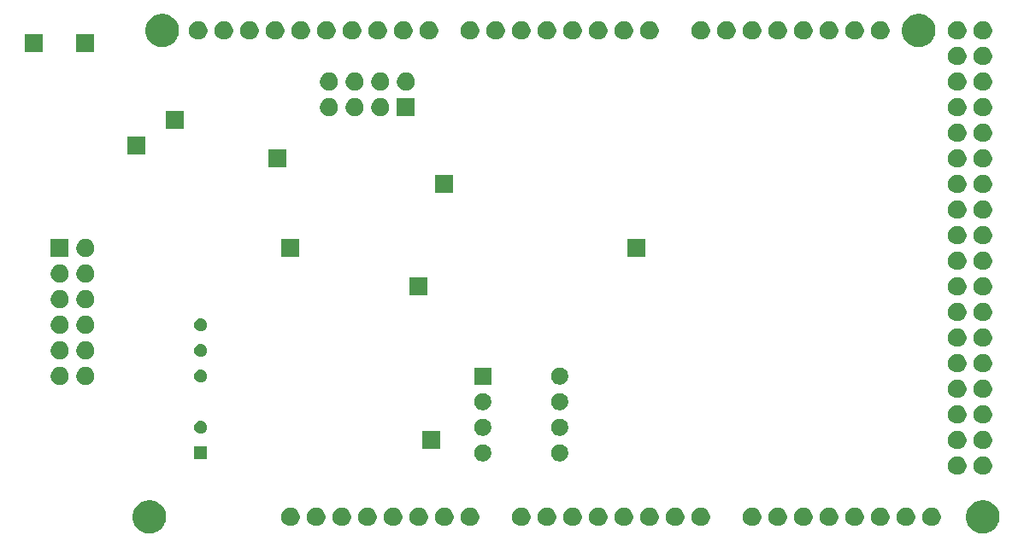
<source format=gbr>
G04 #@! TF.GenerationSoftware,KiCad,Pcbnew,(5.1.5-0-10_14)*
G04 #@! TF.CreationDate,2020-04-21T20:07:50-05:00*
G04 #@! TF.ProjectId,Electronic Target,456c6563-7472-46f6-9e69-632054617267,rev?*
G04 #@! TF.SameCoordinates,Original*
G04 #@! TF.FileFunction,Soldermask,Bot*
G04 #@! TF.FilePolarity,Negative*
%FSLAX46Y46*%
G04 Gerber Fmt 4.6, Leading zero omitted, Abs format (unit mm)*
G04 Created by KiCad (PCBNEW (5.1.5-0-10_14)) date 2020-04-21 20:07:50*
%MOMM*%
%LPD*%
G04 APERTURE LIST*
%ADD10C,0.100000*%
G04 APERTURE END LIST*
D10*
G36*
X213735256Y-131741298D02*
G01*
X213841579Y-131762447D01*
X214142042Y-131886903D01*
X214412451Y-132067585D01*
X214642415Y-132297549D01*
X214823097Y-132567958D01*
X214823098Y-132567960D01*
X214947553Y-132868422D01*
X215011000Y-133187389D01*
X215011000Y-133512611D01*
X214947553Y-133831578D01*
X214852766Y-134060416D01*
X214823097Y-134132042D01*
X214642415Y-134402451D01*
X214412451Y-134632415D01*
X214142042Y-134813097D01*
X213841579Y-134937553D01*
X213735256Y-134958702D01*
X213522611Y-135001000D01*
X213197389Y-135001000D01*
X212984744Y-134958702D01*
X212878421Y-134937553D01*
X212577958Y-134813097D01*
X212307549Y-134632415D01*
X212077585Y-134402451D01*
X211896903Y-134132042D01*
X211867235Y-134060416D01*
X211772447Y-133831578D01*
X211709000Y-133512611D01*
X211709000Y-133187389D01*
X211772447Y-132868422D01*
X211896902Y-132567960D01*
X211896903Y-132567958D01*
X212077585Y-132297549D01*
X212307549Y-132067585D01*
X212577958Y-131886903D01*
X212878421Y-131762447D01*
X212984744Y-131741298D01*
X213197389Y-131699000D01*
X213522611Y-131699000D01*
X213735256Y-131741298D01*
G37*
G36*
X131185256Y-131741298D02*
G01*
X131291579Y-131762447D01*
X131592042Y-131886903D01*
X131862451Y-132067585D01*
X132092415Y-132297549D01*
X132273097Y-132567958D01*
X132273098Y-132567960D01*
X132397553Y-132868422D01*
X132461000Y-133187389D01*
X132461000Y-133512611D01*
X132397553Y-133831578D01*
X132302766Y-134060416D01*
X132273097Y-134132042D01*
X132092415Y-134402451D01*
X131862451Y-134632415D01*
X131592042Y-134813097D01*
X131291579Y-134937553D01*
X131185256Y-134958702D01*
X130972611Y-135001000D01*
X130647389Y-135001000D01*
X130434744Y-134958702D01*
X130328421Y-134937553D01*
X130027958Y-134813097D01*
X129757549Y-134632415D01*
X129527585Y-134402451D01*
X129346903Y-134132042D01*
X129317235Y-134060416D01*
X129222447Y-133831578D01*
X129159000Y-133512611D01*
X129159000Y-133187389D01*
X129222447Y-132868422D01*
X129346902Y-132567960D01*
X129346903Y-132567958D01*
X129527585Y-132297549D01*
X129757549Y-132067585D01*
X130027958Y-131886903D01*
X130328421Y-131762447D01*
X130434744Y-131741298D01*
X130647389Y-131699000D01*
X130972611Y-131699000D01*
X131185256Y-131741298D01*
G37*
G36*
X203466778Y-132470547D02*
G01*
X203633224Y-132539491D01*
X203783022Y-132639583D01*
X203910417Y-132766978D01*
X204010509Y-132916776D01*
X204079453Y-133083222D01*
X204114600Y-133259918D01*
X204114600Y-133440082D01*
X204079453Y-133616778D01*
X204010509Y-133783224D01*
X203910417Y-133933022D01*
X203783022Y-134060417D01*
X203633224Y-134160509D01*
X203466778Y-134229453D01*
X203290082Y-134264600D01*
X203109918Y-134264600D01*
X202933222Y-134229453D01*
X202766776Y-134160509D01*
X202616978Y-134060417D01*
X202489583Y-133933022D01*
X202389491Y-133783224D01*
X202320547Y-133616778D01*
X202285400Y-133440082D01*
X202285400Y-133259918D01*
X202320547Y-133083222D01*
X202389491Y-132916776D01*
X202489583Y-132766978D01*
X202616978Y-132639583D01*
X202766776Y-132539491D01*
X202933222Y-132470547D01*
X203109918Y-132435400D01*
X203290082Y-132435400D01*
X203466778Y-132470547D01*
G37*
G36*
X200926778Y-132470547D02*
G01*
X201093224Y-132539491D01*
X201243022Y-132639583D01*
X201370417Y-132766978D01*
X201470509Y-132916776D01*
X201539453Y-133083222D01*
X201574600Y-133259918D01*
X201574600Y-133440082D01*
X201539453Y-133616778D01*
X201470509Y-133783224D01*
X201370417Y-133933022D01*
X201243022Y-134060417D01*
X201093224Y-134160509D01*
X200926778Y-134229453D01*
X200750082Y-134264600D01*
X200569918Y-134264600D01*
X200393222Y-134229453D01*
X200226776Y-134160509D01*
X200076978Y-134060417D01*
X199949583Y-133933022D01*
X199849491Y-133783224D01*
X199780547Y-133616778D01*
X199745400Y-133440082D01*
X199745400Y-133259918D01*
X199780547Y-133083222D01*
X199849491Y-132916776D01*
X199949583Y-132766978D01*
X200076978Y-132639583D01*
X200226776Y-132539491D01*
X200393222Y-132470547D01*
X200569918Y-132435400D01*
X200750082Y-132435400D01*
X200926778Y-132470547D01*
G37*
G36*
X198386778Y-132470547D02*
G01*
X198553224Y-132539491D01*
X198703022Y-132639583D01*
X198830417Y-132766978D01*
X198930509Y-132916776D01*
X198999453Y-133083222D01*
X199034600Y-133259918D01*
X199034600Y-133440082D01*
X198999453Y-133616778D01*
X198930509Y-133783224D01*
X198830417Y-133933022D01*
X198703022Y-134060417D01*
X198553224Y-134160509D01*
X198386778Y-134229453D01*
X198210082Y-134264600D01*
X198029918Y-134264600D01*
X197853222Y-134229453D01*
X197686776Y-134160509D01*
X197536978Y-134060417D01*
X197409583Y-133933022D01*
X197309491Y-133783224D01*
X197240547Y-133616778D01*
X197205400Y-133440082D01*
X197205400Y-133259918D01*
X197240547Y-133083222D01*
X197309491Y-132916776D01*
X197409583Y-132766978D01*
X197536978Y-132639583D01*
X197686776Y-132539491D01*
X197853222Y-132470547D01*
X198029918Y-132435400D01*
X198210082Y-132435400D01*
X198386778Y-132470547D01*
G37*
G36*
X195846778Y-132470547D02*
G01*
X196013224Y-132539491D01*
X196163022Y-132639583D01*
X196290417Y-132766978D01*
X196390509Y-132916776D01*
X196459453Y-133083222D01*
X196494600Y-133259918D01*
X196494600Y-133440082D01*
X196459453Y-133616778D01*
X196390509Y-133783224D01*
X196290417Y-133933022D01*
X196163022Y-134060417D01*
X196013224Y-134160509D01*
X195846778Y-134229453D01*
X195670082Y-134264600D01*
X195489918Y-134264600D01*
X195313222Y-134229453D01*
X195146776Y-134160509D01*
X194996978Y-134060417D01*
X194869583Y-133933022D01*
X194769491Y-133783224D01*
X194700547Y-133616778D01*
X194665400Y-133440082D01*
X194665400Y-133259918D01*
X194700547Y-133083222D01*
X194769491Y-132916776D01*
X194869583Y-132766978D01*
X194996978Y-132639583D01*
X195146776Y-132539491D01*
X195313222Y-132470547D01*
X195489918Y-132435400D01*
X195670082Y-132435400D01*
X195846778Y-132470547D01*
G37*
G36*
X193306778Y-132470547D02*
G01*
X193473224Y-132539491D01*
X193623022Y-132639583D01*
X193750417Y-132766978D01*
X193850509Y-132916776D01*
X193919453Y-133083222D01*
X193954600Y-133259918D01*
X193954600Y-133440082D01*
X193919453Y-133616778D01*
X193850509Y-133783224D01*
X193750417Y-133933022D01*
X193623022Y-134060417D01*
X193473224Y-134160509D01*
X193306778Y-134229453D01*
X193130082Y-134264600D01*
X192949918Y-134264600D01*
X192773222Y-134229453D01*
X192606776Y-134160509D01*
X192456978Y-134060417D01*
X192329583Y-133933022D01*
X192229491Y-133783224D01*
X192160547Y-133616778D01*
X192125400Y-133440082D01*
X192125400Y-133259918D01*
X192160547Y-133083222D01*
X192229491Y-132916776D01*
X192329583Y-132766978D01*
X192456978Y-132639583D01*
X192606776Y-132539491D01*
X192773222Y-132470547D01*
X192949918Y-132435400D01*
X193130082Y-132435400D01*
X193306778Y-132470547D01*
G37*
G36*
X190766778Y-132470547D02*
G01*
X190933224Y-132539491D01*
X191083022Y-132639583D01*
X191210417Y-132766978D01*
X191310509Y-132916776D01*
X191379453Y-133083222D01*
X191414600Y-133259918D01*
X191414600Y-133440082D01*
X191379453Y-133616778D01*
X191310509Y-133783224D01*
X191210417Y-133933022D01*
X191083022Y-134060417D01*
X190933224Y-134160509D01*
X190766778Y-134229453D01*
X190590082Y-134264600D01*
X190409918Y-134264600D01*
X190233222Y-134229453D01*
X190066776Y-134160509D01*
X189916978Y-134060417D01*
X189789583Y-133933022D01*
X189689491Y-133783224D01*
X189620547Y-133616778D01*
X189585400Y-133440082D01*
X189585400Y-133259918D01*
X189620547Y-133083222D01*
X189689491Y-132916776D01*
X189789583Y-132766978D01*
X189916978Y-132639583D01*
X190066776Y-132539491D01*
X190233222Y-132470547D01*
X190409918Y-132435400D01*
X190590082Y-132435400D01*
X190766778Y-132470547D01*
G37*
G36*
X185686778Y-132470547D02*
G01*
X185853224Y-132539491D01*
X186003022Y-132639583D01*
X186130417Y-132766978D01*
X186230509Y-132916776D01*
X186299453Y-133083222D01*
X186334600Y-133259918D01*
X186334600Y-133440082D01*
X186299453Y-133616778D01*
X186230509Y-133783224D01*
X186130417Y-133933022D01*
X186003022Y-134060417D01*
X185853224Y-134160509D01*
X185686778Y-134229453D01*
X185510082Y-134264600D01*
X185329918Y-134264600D01*
X185153222Y-134229453D01*
X184986776Y-134160509D01*
X184836978Y-134060417D01*
X184709583Y-133933022D01*
X184609491Y-133783224D01*
X184540547Y-133616778D01*
X184505400Y-133440082D01*
X184505400Y-133259918D01*
X184540547Y-133083222D01*
X184609491Y-132916776D01*
X184709583Y-132766978D01*
X184836978Y-132639583D01*
X184986776Y-132539491D01*
X185153222Y-132470547D01*
X185329918Y-132435400D01*
X185510082Y-132435400D01*
X185686778Y-132470547D01*
G37*
G36*
X183146778Y-132470547D02*
G01*
X183313224Y-132539491D01*
X183463022Y-132639583D01*
X183590417Y-132766978D01*
X183690509Y-132916776D01*
X183759453Y-133083222D01*
X183794600Y-133259918D01*
X183794600Y-133440082D01*
X183759453Y-133616778D01*
X183690509Y-133783224D01*
X183590417Y-133933022D01*
X183463022Y-134060417D01*
X183313224Y-134160509D01*
X183146778Y-134229453D01*
X182970082Y-134264600D01*
X182789918Y-134264600D01*
X182613222Y-134229453D01*
X182446776Y-134160509D01*
X182296978Y-134060417D01*
X182169583Y-133933022D01*
X182069491Y-133783224D01*
X182000547Y-133616778D01*
X181965400Y-133440082D01*
X181965400Y-133259918D01*
X182000547Y-133083222D01*
X182069491Y-132916776D01*
X182169583Y-132766978D01*
X182296978Y-132639583D01*
X182446776Y-132539491D01*
X182613222Y-132470547D01*
X182789918Y-132435400D01*
X182970082Y-132435400D01*
X183146778Y-132470547D01*
G37*
G36*
X180606778Y-132470547D02*
G01*
X180773224Y-132539491D01*
X180923022Y-132639583D01*
X181050417Y-132766978D01*
X181150509Y-132916776D01*
X181219453Y-133083222D01*
X181254600Y-133259918D01*
X181254600Y-133440082D01*
X181219453Y-133616778D01*
X181150509Y-133783224D01*
X181050417Y-133933022D01*
X180923022Y-134060417D01*
X180773224Y-134160509D01*
X180606778Y-134229453D01*
X180430082Y-134264600D01*
X180249918Y-134264600D01*
X180073222Y-134229453D01*
X179906776Y-134160509D01*
X179756978Y-134060417D01*
X179629583Y-133933022D01*
X179529491Y-133783224D01*
X179460547Y-133616778D01*
X179425400Y-133440082D01*
X179425400Y-133259918D01*
X179460547Y-133083222D01*
X179529491Y-132916776D01*
X179629583Y-132766978D01*
X179756978Y-132639583D01*
X179906776Y-132539491D01*
X180073222Y-132470547D01*
X180249918Y-132435400D01*
X180430082Y-132435400D01*
X180606778Y-132470547D01*
G37*
G36*
X178066778Y-132470547D02*
G01*
X178233224Y-132539491D01*
X178383022Y-132639583D01*
X178510417Y-132766978D01*
X178610509Y-132916776D01*
X178679453Y-133083222D01*
X178714600Y-133259918D01*
X178714600Y-133440082D01*
X178679453Y-133616778D01*
X178610509Y-133783224D01*
X178510417Y-133933022D01*
X178383022Y-134060417D01*
X178233224Y-134160509D01*
X178066778Y-134229453D01*
X177890082Y-134264600D01*
X177709918Y-134264600D01*
X177533222Y-134229453D01*
X177366776Y-134160509D01*
X177216978Y-134060417D01*
X177089583Y-133933022D01*
X176989491Y-133783224D01*
X176920547Y-133616778D01*
X176885400Y-133440082D01*
X176885400Y-133259918D01*
X176920547Y-133083222D01*
X176989491Y-132916776D01*
X177089583Y-132766978D01*
X177216978Y-132639583D01*
X177366776Y-132539491D01*
X177533222Y-132470547D01*
X177709918Y-132435400D01*
X177890082Y-132435400D01*
X178066778Y-132470547D01*
G37*
G36*
X175526778Y-132470547D02*
G01*
X175693224Y-132539491D01*
X175843022Y-132639583D01*
X175970417Y-132766978D01*
X176070509Y-132916776D01*
X176139453Y-133083222D01*
X176174600Y-133259918D01*
X176174600Y-133440082D01*
X176139453Y-133616778D01*
X176070509Y-133783224D01*
X175970417Y-133933022D01*
X175843022Y-134060417D01*
X175693224Y-134160509D01*
X175526778Y-134229453D01*
X175350082Y-134264600D01*
X175169918Y-134264600D01*
X174993222Y-134229453D01*
X174826776Y-134160509D01*
X174676978Y-134060417D01*
X174549583Y-133933022D01*
X174449491Y-133783224D01*
X174380547Y-133616778D01*
X174345400Y-133440082D01*
X174345400Y-133259918D01*
X174380547Y-133083222D01*
X174449491Y-132916776D01*
X174549583Y-132766978D01*
X174676978Y-132639583D01*
X174826776Y-132539491D01*
X174993222Y-132470547D01*
X175169918Y-132435400D01*
X175350082Y-132435400D01*
X175526778Y-132470547D01*
G37*
G36*
X172986778Y-132470547D02*
G01*
X173153224Y-132539491D01*
X173303022Y-132639583D01*
X173430417Y-132766978D01*
X173530509Y-132916776D01*
X173599453Y-133083222D01*
X173634600Y-133259918D01*
X173634600Y-133440082D01*
X173599453Y-133616778D01*
X173530509Y-133783224D01*
X173430417Y-133933022D01*
X173303022Y-134060417D01*
X173153224Y-134160509D01*
X172986778Y-134229453D01*
X172810082Y-134264600D01*
X172629918Y-134264600D01*
X172453222Y-134229453D01*
X172286776Y-134160509D01*
X172136978Y-134060417D01*
X172009583Y-133933022D01*
X171909491Y-133783224D01*
X171840547Y-133616778D01*
X171805400Y-133440082D01*
X171805400Y-133259918D01*
X171840547Y-133083222D01*
X171909491Y-132916776D01*
X172009583Y-132766978D01*
X172136978Y-132639583D01*
X172286776Y-132539491D01*
X172453222Y-132470547D01*
X172629918Y-132435400D01*
X172810082Y-132435400D01*
X172986778Y-132470547D01*
G37*
G36*
X170446778Y-132470547D02*
G01*
X170613224Y-132539491D01*
X170763022Y-132639583D01*
X170890417Y-132766978D01*
X170990509Y-132916776D01*
X171059453Y-133083222D01*
X171094600Y-133259918D01*
X171094600Y-133440082D01*
X171059453Y-133616778D01*
X170990509Y-133783224D01*
X170890417Y-133933022D01*
X170763022Y-134060417D01*
X170613224Y-134160509D01*
X170446778Y-134229453D01*
X170270082Y-134264600D01*
X170089918Y-134264600D01*
X169913222Y-134229453D01*
X169746776Y-134160509D01*
X169596978Y-134060417D01*
X169469583Y-133933022D01*
X169369491Y-133783224D01*
X169300547Y-133616778D01*
X169265400Y-133440082D01*
X169265400Y-133259918D01*
X169300547Y-133083222D01*
X169369491Y-132916776D01*
X169469583Y-132766978D01*
X169596978Y-132639583D01*
X169746776Y-132539491D01*
X169913222Y-132470547D01*
X170089918Y-132435400D01*
X170270082Y-132435400D01*
X170446778Y-132470547D01*
G37*
G36*
X167906778Y-132470547D02*
G01*
X168073224Y-132539491D01*
X168223022Y-132639583D01*
X168350417Y-132766978D01*
X168450509Y-132916776D01*
X168519453Y-133083222D01*
X168554600Y-133259918D01*
X168554600Y-133440082D01*
X168519453Y-133616778D01*
X168450509Y-133783224D01*
X168350417Y-133933022D01*
X168223022Y-134060417D01*
X168073224Y-134160509D01*
X167906778Y-134229453D01*
X167730082Y-134264600D01*
X167549918Y-134264600D01*
X167373222Y-134229453D01*
X167206776Y-134160509D01*
X167056978Y-134060417D01*
X166929583Y-133933022D01*
X166829491Y-133783224D01*
X166760547Y-133616778D01*
X166725400Y-133440082D01*
X166725400Y-133259918D01*
X166760547Y-133083222D01*
X166829491Y-132916776D01*
X166929583Y-132766978D01*
X167056978Y-132639583D01*
X167206776Y-132539491D01*
X167373222Y-132470547D01*
X167549918Y-132435400D01*
X167730082Y-132435400D01*
X167906778Y-132470547D01*
G37*
G36*
X162826778Y-132470547D02*
G01*
X162993224Y-132539491D01*
X163143022Y-132639583D01*
X163270417Y-132766978D01*
X163370509Y-132916776D01*
X163439453Y-133083222D01*
X163474600Y-133259918D01*
X163474600Y-133440082D01*
X163439453Y-133616778D01*
X163370509Y-133783224D01*
X163270417Y-133933022D01*
X163143022Y-134060417D01*
X162993224Y-134160509D01*
X162826778Y-134229453D01*
X162650082Y-134264600D01*
X162469918Y-134264600D01*
X162293222Y-134229453D01*
X162126776Y-134160509D01*
X161976978Y-134060417D01*
X161849583Y-133933022D01*
X161749491Y-133783224D01*
X161680547Y-133616778D01*
X161645400Y-133440082D01*
X161645400Y-133259918D01*
X161680547Y-133083222D01*
X161749491Y-132916776D01*
X161849583Y-132766978D01*
X161976978Y-132639583D01*
X162126776Y-132539491D01*
X162293222Y-132470547D01*
X162469918Y-132435400D01*
X162650082Y-132435400D01*
X162826778Y-132470547D01*
G37*
G36*
X160286778Y-132470547D02*
G01*
X160453224Y-132539491D01*
X160603022Y-132639583D01*
X160730417Y-132766978D01*
X160830509Y-132916776D01*
X160899453Y-133083222D01*
X160934600Y-133259918D01*
X160934600Y-133440082D01*
X160899453Y-133616778D01*
X160830509Y-133783224D01*
X160730417Y-133933022D01*
X160603022Y-134060417D01*
X160453224Y-134160509D01*
X160286778Y-134229453D01*
X160110082Y-134264600D01*
X159929918Y-134264600D01*
X159753222Y-134229453D01*
X159586776Y-134160509D01*
X159436978Y-134060417D01*
X159309583Y-133933022D01*
X159209491Y-133783224D01*
X159140547Y-133616778D01*
X159105400Y-133440082D01*
X159105400Y-133259918D01*
X159140547Y-133083222D01*
X159209491Y-132916776D01*
X159309583Y-132766978D01*
X159436978Y-132639583D01*
X159586776Y-132539491D01*
X159753222Y-132470547D01*
X159929918Y-132435400D01*
X160110082Y-132435400D01*
X160286778Y-132470547D01*
G37*
G36*
X157746778Y-132470547D02*
G01*
X157913224Y-132539491D01*
X158063022Y-132639583D01*
X158190417Y-132766978D01*
X158290509Y-132916776D01*
X158359453Y-133083222D01*
X158394600Y-133259918D01*
X158394600Y-133440082D01*
X158359453Y-133616778D01*
X158290509Y-133783224D01*
X158190417Y-133933022D01*
X158063022Y-134060417D01*
X157913224Y-134160509D01*
X157746778Y-134229453D01*
X157570082Y-134264600D01*
X157389918Y-134264600D01*
X157213222Y-134229453D01*
X157046776Y-134160509D01*
X156896978Y-134060417D01*
X156769583Y-133933022D01*
X156669491Y-133783224D01*
X156600547Y-133616778D01*
X156565400Y-133440082D01*
X156565400Y-133259918D01*
X156600547Y-133083222D01*
X156669491Y-132916776D01*
X156769583Y-132766978D01*
X156896978Y-132639583D01*
X157046776Y-132539491D01*
X157213222Y-132470547D01*
X157389918Y-132435400D01*
X157570082Y-132435400D01*
X157746778Y-132470547D01*
G37*
G36*
X155206778Y-132470547D02*
G01*
X155373224Y-132539491D01*
X155523022Y-132639583D01*
X155650417Y-132766978D01*
X155750509Y-132916776D01*
X155819453Y-133083222D01*
X155854600Y-133259918D01*
X155854600Y-133440082D01*
X155819453Y-133616778D01*
X155750509Y-133783224D01*
X155650417Y-133933022D01*
X155523022Y-134060417D01*
X155373224Y-134160509D01*
X155206778Y-134229453D01*
X155030082Y-134264600D01*
X154849918Y-134264600D01*
X154673222Y-134229453D01*
X154506776Y-134160509D01*
X154356978Y-134060417D01*
X154229583Y-133933022D01*
X154129491Y-133783224D01*
X154060547Y-133616778D01*
X154025400Y-133440082D01*
X154025400Y-133259918D01*
X154060547Y-133083222D01*
X154129491Y-132916776D01*
X154229583Y-132766978D01*
X154356978Y-132639583D01*
X154506776Y-132539491D01*
X154673222Y-132470547D01*
X154849918Y-132435400D01*
X155030082Y-132435400D01*
X155206778Y-132470547D01*
G37*
G36*
X152666778Y-132470547D02*
G01*
X152833224Y-132539491D01*
X152983022Y-132639583D01*
X153110417Y-132766978D01*
X153210509Y-132916776D01*
X153279453Y-133083222D01*
X153314600Y-133259918D01*
X153314600Y-133440082D01*
X153279453Y-133616778D01*
X153210509Y-133783224D01*
X153110417Y-133933022D01*
X152983022Y-134060417D01*
X152833224Y-134160509D01*
X152666778Y-134229453D01*
X152490082Y-134264600D01*
X152309918Y-134264600D01*
X152133222Y-134229453D01*
X151966776Y-134160509D01*
X151816978Y-134060417D01*
X151689583Y-133933022D01*
X151589491Y-133783224D01*
X151520547Y-133616778D01*
X151485400Y-133440082D01*
X151485400Y-133259918D01*
X151520547Y-133083222D01*
X151589491Y-132916776D01*
X151689583Y-132766978D01*
X151816978Y-132639583D01*
X151966776Y-132539491D01*
X152133222Y-132470547D01*
X152309918Y-132435400D01*
X152490082Y-132435400D01*
X152666778Y-132470547D01*
G37*
G36*
X150126778Y-132470547D02*
G01*
X150293224Y-132539491D01*
X150443022Y-132639583D01*
X150570417Y-132766978D01*
X150670509Y-132916776D01*
X150739453Y-133083222D01*
X150774600Y-133259918D01*
X150774600Y-133440082D01*
X150739453Y-133616778D01*
X150670509Y-133783224D01*
X150570417Y-133933022D01*
X150443022Y-134060417D01*
X150293224Y-134160509D01*
X150126778Y-134229453D01*
X149950082Y-134264600D01*
X149769918Y-134264600D01*
X149593222Y-134229453D01*
X149426776Y-134160509D01*
X149276978Y-134060417D01*
X149149583Y-133933022D01*
X149049491Y-133783224D01*
X148980547Y-133616778D01*
X148945400Y-133440082D01*
X148945400Y-133259918D01*
X148980547Y-133083222D01*
X149049491Y-132916776D01*
X149149583Y-132766978D01*
X149276978Y-132639583D01*
X149426776Y-132539491D01*
X149593222Y-132470547D01*
X149769918Y-132435400D01*
X149950082Y-132435400D01*
X150126778Y-132470547D01*
G37*
G36*
X147586778Y-132470547D02*
G01*
X147753224Y-132539491D01*
X147903022Y-132639583D01*
X148030417Y-132766978D01*
X148130509Y-132916776D01*
X148199453Y-133083222D01*
X148234600Y-133259918D01*
X148234600Y-133440082D01*
X148199453Y-133616778D01*
X148130509Y-133783224D01*
X148030417Y-133933022D01*
X147903022Y-134060417D01*
X147753224Y-134160509D01*
X147586778Y-134229453D01*
X147410082Y-134264600D01*
X147229918Y-134264600D01*
X147053222Y-134229453D01*
X146886776Y-134160509D01*
X146736978Y-134060417D01*
X146609583Y-133933022D01*
X146509491Y-133783224D01*
X146440547Y-133616778D01*
X146405400Y-133440082D01*
X146405400Y-133259918D01*
X146440547Y-133083222D01*
X146509491Y-132916776D01*
X146609583Y-132766978D01*
X146736978Y-132639583D01*
X146886776Y-132539491D01*
X147053222Y-132470547D01*
X147229918Y-132435400D01*
X147410082Y-132435400D01*
X147586778Y-132470547D01*
G37*
G36*
X145046778Y-132470547D02*
G01*
X145213224Y-132539491D01*
X145363022Y-132639583D01*
X145490417Y-132766978D01*
X145590509Y-132916776D01*
X145659453Y-133083222D01*
X145694600Y-133259918D01*
X145694600Y-133440082D01*
X145659453Y-133616778D01*
X145590509Y-133783224D01*
X145490417Y-133933022D01*
X145363022Y-134060417D01*
X145213224Y-134160509D01*
X145046778Y-134229453D01*
X144870082Y-134264600D01*
X144689918Y-134264600D01*
X144513222Y-134229453D01*
X144346776Y-134160509D01*
X144196978Y-134060417D01*
X144069583Y-133933022D01*
X143969491Y-133783224D01*
X143900547Y-133616778D01*
X143865400Y-133440082D01*
X143865400Y-133259918D01*
X143900547Y-133083222D01*
X143969491Y-132916776D01*
X144069583Y-132766978D01*
X144196978Y-132639583D01*
X144346776Y-132539491D01*
X144513222Y-132470547D01*
X144689918Y-132435400D01*
X144870082Y-132435400D01*
X145046778Y-132470547D01*
G37*
G36*
X208546778Y-132470547D02*
G01*
X208713224Y-132539491D01*
X208863022Y-132639583D01*
X208990417Y-132766978D01*
X209090509Y-132916776D01*
X209159453Y-133083222D01*
X209194600Y-133259918D01*
X209194600Y-133440082D01*
X209159453Y-133616778D01*
X209090509Y-133783224D01*
X208990417Y-133933022D01*
X208863022Y-134060417D01*
X208713224Y-134160509D01*
X208546778Y-134229453D01*
X208370082Y-134264600D01*
X208189918Y-134264600D01*
X208013222Y-134229453D01*
X207846776Y-134160509D01*
X207696978Y-134060417D01*
X207569583Y-133933022D01*
X207469491Y-133783224D01*
X207400547Y-133616778D01*
X207365400Y-133440082D01*
X207365400Y-133259918D01*
X207400547Y-133083222D01*
X207469491Y-132916776D01*
X207569583Y-132766978D01*
X207696978Y-132639583D01*
X207846776Y-132539491D01*
X208013222Y-132470547D01*
X208189918Y-132435400D01*
X208370082Y-132435400D01*
X208546778Y-132470547D01*
G37*
G36*
X206006778Y-132470547D02*
G01*
X206173224Y-132539491D01*
X206323022Y-132639583D01*
X206450417Y-132766978D01*
X206550509Y-132916776D01*
X206619453Y-133083222D01*
X206654600Y-133259918D01*
X206654600Y-133440082D01*
X206619453Y-133616778D01*
X206550509Y-133783224D01*
X206450417Y-133933022D01*
X206323022Y-134060417D01*
X206173224Y-134160509D01*
X206006778Y-134229453D01*
X205830082Y-134264600D01*
X205649918Y-134264600D01*
X205473222Y-134229453D01*
X205306776Y-134160509D01*
X205156978Y-134060417D01*
X205029583Y-133933022D01*
X204929491Y-133783224D01*
X204860547Y-133616778D01*
X204825400Y-133440082D01*
X204825400Y-133259918D01*
X204860547Y-133083222D01*
X204929491Y-132916776D01*
X205029583Y-132766978D01*
X205156978Y-132639583D01*
X205306776Y-132539491D01*
X205473222Y-132470547D01*
X205649918Y-132435400D01*
X205830082Y-132435400D01*
X206006778Y-132470547D01*
G37*
G36*
X213626778Y-127390547D02*
G01*
X213793224Y-127459491D01*
X213943022Y-127559583D01*
X214070417Y-127686978D01*
X214170509Y-127836776D01*
X214239453Y-128003222D01*
X214274600Y-128179918D01*
X214274600Y-128360082D01*
X214239453Y-128536778D01*
X214170509Y-128703224D01*
X214070417Y-128853022D01*
X213943022Y-128980417D01*
X213793224Y-129080509D01*
X213626778Y-129149453D01*
X213450082Y-129184600D01*
X213269918Y-129184600D01*
X213093222Y-129149453D01*
X212926776Y-129080509D01*
X212776978Y-128980417D01*
X212649583Y-128853022D01*
X212549491Y-128703224D01*
X212480547Y-128536778D01*
X212445400Y-128360082D01*
X212445400Y-128179918D01*
X212480547Y-128003222D01*
X212549491Y-127836776D01*
X212649583Y-127686978D01*
X212776978Y-127559583D01*
X212926776Y-127459491D01*
X213093222Y-127390547D01*
X213269918Y-127355400D01*
X213450082Y-127355400D01*
X213626778Y-127390547D01*
G37*
G36*
X211086778Y-127390547D02*
G01*
X211253224Y-127459491D01*
X211403022Y-127559583D01*
X211530417Y-127686978D01*
X211630509Y-127836776D01*
X211699453Y-128003222D01*
X211734600Y-128179918D01*
X211734600Y-128360082D01*
X211699453Y-128536778D01*
X211630509Y-128703224D01*
X211530417Y-128853022D01*
X211403022Y-128980417D01*
X211253224Y-129080509D01*
X211086778Y-129149453D01*
X210910082Y-129184600D01*
X210729918Y-129184600D01*
X210553222Y-129149453D01*
X210386776Y-129080509D01*
X210236978Y-128980417D01*
X210109583Y-128853022D01*
X210009491Y-128703224D01*
X209940547Y-128536778D01*
X209905400Y-128360082D01*
X209905400Y-128179918D01*
X209940547Y-128003222D01*
X210009491Y-127836776D01*
X210109583Y-127686978D01*
X210236978Y-127559583D01*
X210386776Y-127459491D01*
X210553222Y-127390547D01*
X210729918Y-127355400D01*
X210910082Y-127355400D01*
X211086778Y-127390547D01*
G37*
G36*
X164078228Y-126181703D02*
G01*
X164233100Y-126245853D01*
X164372481Y-126338985D01*
X164491015Y-126457519D01*
X164584147Y-126596900D01*
X164648297Y-126751772D01*
X164681000Y-126916184D01*
X164681000Y-127083816D01*
X164648297Y-127248228D01*
X164584147Y-127403100D01*
X164491015Y-127542481D01*
X164372481Y-127661015D01*
X164233100Y-127754147D01*
X164078228Y-127818297D01*
X163913816Y-127851000D01*
X163746184Y-127851000D01*
X163581772Y-127818297D01*
X163426900Y-127754147D01*
X163287519Y-127661015D01*
X163168985Y-127542481D01*
X163075853Y-127403100D01*
X163011703Y-127248228D01*
X162979000Y-127083816D01*
X162979000Y-126916184D01*
X163011703Y-126751772D01*
X163075853Y-126596900D01*
X163168985Y-126457519D01*
X163287519Y-126338985D01*
X163426900Y-126245853D01*
X163581772Y-126181703D01*
X163746184Y-126149000D01*
X163913816Y-126149000D01*
X164078228Y-126181703D01*
G37*
G36*
X171698228Y-126181703D02*
G01*
X171853100Y-126245853D01*
X171992481Y-126338985D01*
X172111015Y-126457519D01*
X172204147Y-126596900D01*
X172268297Y-126751772D01*
X172301000Y-126916184D01*
X172301000Y-127083816D01*
X172268297Y-127248228D01*
X172204147Y-127403100D01*
X172111015Y-127542481D01*
X171992481Y-127661015D01*
X171853100Y-127754147D01*
X171698228Y-127818297D01*
X171533816Y-127851000D01*
X171366184Y-127851000D01*
X171201772Y-127818297D01*
X171046900Y-127754147D01*
X170907519Y-127661015D01*
X170788985Y-127542481D01*
X170695853Y-127403100D01*
X170631703Y-127248228D01*
X170599000Y-127083816D01*
X170599000Y-126916184D01*
X170631703Y-126751772D01*
X170695853Y-126596900D01*
X170788985Y-126457519D01*
X170907519Y-126338985D01*
X171046900Y-126245853D01*
X171201772Y-126181703D01*
X171366184Y-126149000D01*
X171533816Y-126149000D01*
X171698228Y-126181703D01*
G37*
G36*
X136531000Y-127641000D02*
G01*
X135249000Y-127641000D01*
X135249000Y-126359000D01*
X136531000Y-126359000D01*
X136531000Y-127641000D01*
G37*
G36*
X211086778Y-124850547D02*
G01*
X211253224Y-124919491D01*
X211403022Y-125019583D01*
X211530417Y-125146978D01*
X211630509Y-125296776D01*
X211699453Y-125463222D01*
X211734600Y-125639918D01*
X211734600Y-125820082D01*
X211699453Y-125996778D01*
X211630509Y-126163224D01*
X211530417Y-126313022D01*
X211403022Y-126440417D01*
X211253224Y-126540509D01*
X211086778Y-126609453D01*
X210910082Y-126644600D01*
X210729918Y-126644600D01*
X210553222Y-126609453D01*
X210386776Y-126540509D01*
X210236978Y-126440417D01*
X210109583Y-126313022D01*
X210009491Y-126163224D01*
X209940547Y-125996778D01*
X209905400Y-125820082D01*
X209905400Y-125639918D01*
X209940547Y-125463222D01*
X210009491Y-125296776D01*
X210109583Y-125146978D01*
X210236978Y-125019583D01*
X210386776Y-124919491D01*
X210553222Y-124850547D01*
X210729918Y-124815400D01*
X210910082Y-124815400D01*
X211086778Y-124850547D01*
G37*
G36*
X213626778Y-124850547D02*
G01*
X213793224Y-124919491D01*
X213943022Y-125019583D01*
X214070417Y-125146978D01*
X214170509Y-125296776D01*
X214239453Y-125463222D01*
X214274600Y-125639918D01*
X214274600Y-125820082D01*
X214239453Y-125996778D01*
X214170509Y-126163224D01*
X214070417Y-126313022D01*
X213943022Y-126440417D01*
X213793224Y-126540509D01*
X213626778Y-126609453D01*
X213450082Y-126644600D01*
X213269918Y-126644600D01*
X213093222Y-126609453D01*
X212926776Y-126540509D01*
X212776978Y-126440417D01*
X212649583Y-126313022D01*
X212549491Y-126163224D01*
X212480547Y-125996778D01*
X212445400Y-125820082D01*
X212445400Y-125639918D01*
X212480547Y-125463222D01*
X212549491Y-125296776D01*
X212649583Y-125146978D01*
X212776978Y-125019583D01*
X212926776Y-124919491D01*
X213093222Y-124850547D01*
X213269918Y-124815400D01*
X213450082Y-124815400D01*
X213626778Y-124850547D01*
G37*
G36*
X159651000Y-126631000D02*
G01*
X157849000Y-126631000D01*
X157849000Y-124829000D01*
X159651000Y-124829000D01*
X159651000Y-126631000D01*
G37*
G36*
X171698228Y-123641703D02*
G01*
X171853100Y-123705853D01*
X171992481Y-123798985D01*
X172111015Y-123917519D01*
X172204147Y-124056900D01*
X172268297Y-124211772D01*
X172301000Y-124376184D01*
X172301000Y-124543816D01*
X172268297Y-124708228D01*
X172204147Y-124863100D01*
X172111015Y-125002481D01*
X171992481Y-125121015D01*
X171853100Y-125214147D01*
X171698228Y-125278297D01*
X171533816Y-125311000D01*
X171366184Y-125311000D01*
X171201772Y-125278297D01*
X171046900Y-125214147D01*
X170907519Y-125121015D01*
X170788985Y-125002481D01*
X170695853Y-124863100D01*
X170631703Y-124708228D01*
X170599000Y-124543816D01*
X170599000Y-124376184D01*
X170631703Y-124211772D01*
X170695853Y-124056900D01*
X170788985Y-123917519D01*
X170907519Y-123798985D01*
X171046900Y-123705853D01*
X171201772Y-123641703D01*
X171366184Y-123609000D01*
X171533816Y-123609000D01*
X171698228Y-123641703D01*
G37*
G36*
X164078228Y-123641703D02*
G01*
X164233100Y-123705853D01*
X164372481Y-123798985D01*
X164491015Y-123917519D01*
X164584147Y-124056900D01*
X164648297Y-124211772D01*
X164681000Y-124376184D01*
X164681000Y-124543816D01*
X164648297Y-124708228D01*
X164584147Y-124863100D01*
X164491015Y-125002481D01*
X164372481Y-125121015D01*
X164233100Y-125214147D01*
X164078228Y-125278297D01*
X163913816Y-125311000D01*
X163746184Y-125311000D01*
X163581772Y-125278297D01*
X163426900Y-125214147D01*
X163287519Y-125121015D01*
X163168985Y-125002481D01*
X163075853Y-124863100D01*
X163011703Y-124708228D01*
X162979000Y-124543816D01*
X162979000Y-124376184D01*
X163011703Y-124211772D01*
X163075853Y-124056900D01*
X163168985Y-123917519D01*
X163287519Y-123798985D01*
X163426900Y-123705853D01*
X163581772Y-123641703D01*
X163746184Y-123609000D01*
X163913816Y-123609000D01*
X164078228Y-123641703D01*
G37*
G36*
X135984093Y-123825158D02*
G01*
X136076973Y-123843633D01*
X136193628Y-123891953D01*
X136298614Y-123962102D01*
X136387898Y-124051386D01*
X136458047Y-124156372D01*
X136506367Y-124273027D01*
X136531000Y-124396867D01*
X136531000Y-124523133D01*
X136506367Y-124646973D01*
X136458047Y-124763628D01*
X136387898Y-124868614D01*
X136298614Y-124957898D01*
X136193628Y-125028047D01*
X136076973Y-125076367D01*
X135984093Y-125094842D01*
X135953134Y-125101000D01*
X135826866Y-125101000D01*
X135795907Y-125094842D01*
X135703027Y-125076367D01*
X135586372Y-125028047D01*
X135481386Y-124957898D01*
X135392102Y-124868614D01*
X135321953Y-124763628D01*
X135273633Y-124646973D01*
X135249000Y-124523133D01*
X135249000Y-124396867D01*
X135273633Y-124273027D01*
X135321953Y-124156372D01*
X135392102Y-124051386D01*
X135481386Y-123962102D01*
X135586372Y-123891953D01*
X135703027Y-123843633D01*
X135795907Y-123825158D01*
X135826866Y-123819000D01*
X135953134Y-123819000D01*
X135984093Y-123825158D01*
G37*
G36*
X213626778Y-122310547D02*
G01*
X213793224Y-122379491D01*
X213943022Y-122479583D01*
X214070417Y-122606978D01*
X214170509Y-122756776D01*
X214239453Y-122923222D01*
X214274600Y-123099918D01*
X214274600Y-123280082D01*
X214239453Y-123456778D01*
X214170509Y-123623224D01*
X214070417Y-123773022D01*
X213943022Y-123900417D01*
X213793224Y-124000509D01*
X213626778Y-124069453D01*
X213450082Y-124104600D01*
X213269918Y-124104600D01*
X213093222Y-124069453D01*
X212926776Y-124000509D01*
X212776978Y-123900417D01*
X212649583Y-123773022D01*
X212549491Y-123623224D01*
X212480547Y-123456778D01*
X212445400Y-123280082D01*
X212445400Y-123099918D01*
X212480547Y-122923222D01*
X212549491Y-122756776D01*
X212649583Y-122606978D01*
X212776978Y-122479583D01*
X212926776Y-122379491D01*
X213093222Y-122310547D01*
X213269918Y-122275400D01*
X213450082Y-122275400D01*
X213626778Y-122310547D01*
G37*
G36*
X211086778Y-122310547D02*
G01*
X211253224Y-122379491D01*
X211403022Y-122479583D01*
X211530417Y-122606978D01*
X211630509Y-122756776D01*
X211699453Y-122923222D01*
X211734600Y-123099918D01*
X211734600Y-123280082D01*
X211699453Y-123456778D01*
X211630509Y-123623224D01*
X211530417Y-123773022D01*
X211403022Y-123900417D01*
X211253224Y-124000509D01*
X211086778Y-124069453D01*
X210910082Y-124104600D01*
X210729918Y-124104600D01*
X210553222Y-124069453D01*
X210386776Y-124000509D01*
X210236978Y-123900417D01*
X210109583Y-123773022D01*
X210009491Y-123623224D01*
X209940547Y-123456778D01*
X209905400Y-123280082D01*
X209905400Y-123099918D01*
X209940547Y-122923222D01*
X210009491Y-122756776D01*
X210109583Y-122606978D01*
X210236978Y-122479583D01*
X210386776Y-122379491D01*
X210553222Y-122310547D01*
X210729918Y-122275400D01*
X210910082Y-122275400D01*
X211086778Y-122310547D01*
G37*
G36*
X164078228Y-121101703D02*
G01*
X164233100Y-121165853D01*
X164372481Y-121258985D01*
X164491015Y-121377519D01*
X164584147Y-121516900D01*
X164648297Y-121671772D01*
X164681000Y-121836184D01*
X164681000Y-122003816D01*
X164648297Y-122168228D01*
X164584147Y-122323100D01*
X164491015Y-122462481D01*
X164372481Y-122581015D01*
X164233100Y-122674147D01*
X164078228Y-122738297D01*
X163913816Y-122771000D01*
X163746184Y-122771000D01*
X163581772Y-122738297D01*
X163426900Y-122674147D01*
X163287519Y-122581015D01*
X163168985Y-122462481D01*
X163075853Y-122323100D01*
X163011703Y-122168228D01*
X162979000Y-122003816D01*
X162979000Y-121836184D01*
X163011703Y-121671772D01*
X163075853Y-121516900D01*
X163168985Y-121377519D01*
X163287519Y-121258985D01*
X163426900Y-121165853D01*
X163581772Y-121101703D01*
X163746184Y-121069000D01*
X163913816Y-121069000D01*
X164078228Y-121101703D01*
G37*
G36*
X171698228Y-121101703D02*
G01*
X171853100Y-121165853D01*
X171992481Y-121258985D01*
X172111015Y-121377519D01*
X172204147Y-121516900D01*
X172268297Y-121671772D01*
X172301000Y-121836184D01*
X172301000Y-122003816D01*
X172268297Y-122168228D01*
X172204147Y-122323100D01*
X172111015Y-122462481D01*
X171992481Y-122581015D01*
X171853100Y-122674147D01*
X171698228Y-122738297D01*
X171533816Y-122771000D01*
X171366184Y-122771000D01*
X171201772Y-122738297D01*
X171046900Y-122674147D01*
X170907519Y-122581015D01*
X170788985Y-122462481D01*
X170695853Y-122323100D01*
X170631703Y-122168228D01*
X170599000Y-122003816D01*
X170599000Y-121836184D01*
X170631703Y-121671772D01*
X170695853Y-121516900D01*
X170788985Y-121377519D01*
X170907519Y-121258985D01*
X171046900Y-121165853D01*
X171201772Y-121101703D01*
X171366184Y-121069000D01*
X171533816Y-121069000D01*
X171698228Y-121101703D01*
G37*
G36*
X213626778Y-119770547D02*
G01*
X213793224Y-119839491D01*
X213943022Y-119939583D01*
X214070417Y-120066978D01*
X214170509Y-120216776D01*
X214239453Y-120383222D01*
X214274600Y-120559918D01*
X214274600Y-120740082D01*
X214239453Y-120916778D01*
X214170509Y-121083224D01*
X214070417Y-121233022D01*
X213943022Y-121360417D01*
X213793224Y-121460509D01*
X213626778Y-121529453D01*
X213450082Y-121564600D01*
X213269918Y-121564600D01*
X213093222Y-121529453D01*
X212926776Y-121460509D01*
X212776978Y-121360417D01*
X212649583Y-121233022D01*
X212549491Y-121083224D01*
X212480547Y-120916778D01*
X212445400Y-120740082D01*
X212445400Y-120559918D01*
X212480547Y-120383222D01*
X212549491Y-120216776D01*
X212649583Y-120066978D01*
X212776978Y-119939583D01*
X212926776Y-119839491D01*
X213093222Y-119770547D01*
X213269918Y-119735400D01*
X213450082Y-119735400D01*
X213626778Y-119770547D01*
G37*
G36*
X211086778Y-119770547D02*
G01*
X211253224Y-119839491D01*
X211403022Y-119939583D01*
X211530417Y-120066978D01*
X211630509Y-120216776D01*
X211699453Y-120383222D01*
X211734600Y-120559918D01*
X211734600Y-120740082D01*
X211699453Y-120916778D01*
X211630509Y-121083224D01*
X211530417Y-121233022D01*
X211403022Y-121360417D01*
X211253224Y-121460509D01*
X211086778Y-121529453D01*
X210910082Y-121564600D01*
X210729918Y-121564600D01*
X210553222Y-121529453D01*
X210386776Y-121460509D01*
X210236978Y-121360417D01*
X210109583Y-121233022D01*
X210009491Y-121083224D01*
X209940547Y-120916778D01*
X209905400Y-120740082D01*
X209905400Y-120559918D01*
X209940547Y-120383222D01*
X210009491Y-120216776D01*
X210109583Y-120066978D01*
X210236978Y-119939583D01*
X210386776Y-119839491D01*
X210553222Y-119770547D01*
X210729918Y-119735400D01*
X210910082Y-119735400D01*
X211086778Y-119770547D01*
G37*
G36*
X122033512Y-118483927D02*
G01*
X122182812Y-118513624D01*
X122346784Y-118581544D01*
X122494354Y-118680147D01*
X122619853Y-118805646D01*
X122718456Y-118953216D01*
X122786376Y-119117188D01*
X122821000Y-119291259D01*
X122821000Y-119468741D01*
X122786376Y-119642812D01*
X122718456Y-119806784D01*
X122619853Y-119954354D01*
X122494354Y-120079853D01*
X122346784Y-120178456D01*
X122182812Y-120246376D01*
X122033512Y-120276073D01*
X122008742Y-120281000D01*
X121831258Y-120281000D01*
X121806488Y-120276073D01*
X121657188Y-120246376D01*
X121493216Y-120178456D01*
X121345646Y-120079853D01*
X121220147Y-119954354D01*
X121121544Y-119806784D01*
X121053624Y-119642812D01*
X121019000Y-119468741D01*
X121019000Y-119291259D01*
X121053624Y-119117188D01*
X121121544Y-118953216D01*
X121220147Y-118805646D01*
X121345646Y-118680147D01*
X121493216Y-118581544D01*
X121657188Y-118513624D01*
X121806488Y-118483927D01*
X121831258Y-118479000D01*
X122008742Y-118479000D01*
X122033512Y-118483927D01*
G37*
G36*
X124573512Y-118483927D02*
G01*
X124722812Y-118513624D01*
X124886784Y-118581544D01*
X125034354Y-118680147D01*
X125159853Y-118805646D01*
X125258456Y-118953216D01*
X125326376Y-119117188D01*
X125361000Y-119291259D01*
X125361000Y-119468741D01*
X125326376Y-119642812D01*
X125258456Y-119806784D01*
X125159853Y-119954354D01*
X125034354Y-120079853D01*
X124886784Y-120178456D01*
X124722812Y-120246376D01*
X124573512Y-120276073D01*
X124548742Y-120281000D01*
X124371258Y-120281000D01*
X124346488Y-120276073D01*
X124197188Y-120246376D01*
X124033216Y-120178456D01*
X123885646Y-120079853D01*
X123760147Y-119954354D01*
X123661544Y-119806784D01*
X123593624Y-119642812D01*
X123559000Y-119468741D01*
X123559000Y-119291259D01*
X123593624Y-119117188D01*
X123661544Y-118953216D01*
X123760147Y-118805646D01*
X123885646Y-118680147D01*
X124033216Y-118581544D01*
X124197188Y-118513624D01*
X124346488Y-118483927D01*
X124371258Y-118479000D01*
X124548742Y-118479000D01*
X124573512Y-118483927D01*
G37*
G36*
X171698228Y-118561703D02*
G01*
X171853100Y-118625853D01*
X171992481Y-118718985D01*
X172111015Y-118837519D01*
X172204147Y-118976900D01*
X172268297Y-119131772D01*
X172301000Y-119296184D01*
X172301000Y-119463816D01*
X172268297Y-119628228D01*
X172204147Y-119783100D01*
X172111015Y-119922481D01*
X171992481Y-120041015D01*
X171853100Y-120134147D01*
X171698228Y-120198297D01*
X171533816Y-120231000D01*
X171366184Y-120231000D01*
X171201772Y-120198297D01*
X171046900Y-120134147D01*
X170907519Y-120041015D01*
X170788985Y-119922481D01*
X170695853Y-119783100D01*
X170631703Y-119628228D01*
X170599000Y-119463816D01*
X170599000Y-119296184D01*
X170631703Y-119131772D01*
X170695853Y-118976900D01*
X170788985Y-118837519D01*
X170907519Y-118718985D01*
X171046900Y-118625853D01*
X171201772Y-118561703D01*
X171366184Y-118529000D01*
X171533816Y-118529000D01*
X171698228Y-118561703D01*
G37*
G36*
X164681000Y-120231000D02*
G01*
X162979000Y-120231000D01*
X162979000Y-118529000D01*
X164681000Y-118529000D01*
X164681000Y-120231000D01*
G37*
G36*
X135984093Y-118745158D02*
G01*
X136076973Y-118763633D01*
X136193628Y-118811953D01*
X136298614Y-118882102D01*
X136387898Y-118971386D01*
X136458047Y-119076372D01*
X136506367Y-119193027D01*
X136531000Y-119316867D01*
X136531000Y-119443133D01*
X136506367Y-119566973D01*
X136458047Y-119683628D01*
X136387898Y-119788614D01*
X136298614Y-119877898D01*
X136193628Y-119948047D01*
X136076973Y-119996367D01*
X135984093Y-120014842D01*
X135953134Y-120021000D01*
X135826866Y-120021000D01*
X135795907Y-120014842D01*
X135703027Y-119996367D01*
X135586372Y-119948047D01*
X135481386Y-119877898D01*
X135392102Y-119788614D01*
X135321953Y-119683628D01*
X135273633Y-119566973D01*
X135249000Y-119443133D01*
X135249000Y-119316867D01*
X135273633Y-119193027D01*
X135321953Y-119076372D01*
X135392102Y-118971386D01*
X135481386Y-118882102D01*
X135586372Y-118811953D01*
X135703027Y-118763633D01*
X135795907Y-118745158D01*
X135826866Y-118739000D01*
X135953134Y-118739000D01*
X135984093Y-118745158D01*
G37*
G36*
X211086778Y-117230547D02*
G01*
X211253224Y-117299491D01*
X211403022Y-117399583D01*
X211530417Y-117526978D01*
X211630509Y-117676776D01*
X211699453Y-117843222D01*
X211734600Y-118019918D01*
X211734600Y-118200082D01*
X211699453Y-118376778D01*
X211630509Y-118543224D01*
X211530417Y-118693022D01*
X211403022Y-118820417D01*
X211253224Y-118920509D01*
X211086778Y-118989453D01*
X210910082Y-119024600D01*
X210729918Y-119024600D01*
X210553222Y-118989453D01*
X210386776Y-118920509D01*
X210236978Y-118820417D01*
X210109583Y-118693022D01*
X210009491Y-118543224D01*
X209940547Y-118376778D01*
X209905400Y-118200082D01*
X209905400Y-118019918D01*
X209940547Y-117843222D01*
X210009491Y-117676776D01*
X210109583Y-117526978D01*
X210236978Y-117399583D01*
X210386776Y-117299491D01*
X210553222Y-117230547D01*
X210729918Y-117195400D01*
X210910082Y-117195400D01*
X211086778Y-117230547D01*
G37*
G36*
X213626778Y-117230547D02*
G01*
X213793224Y-117299491D01*
X213943022Y-117399583D01*
X214070417Y-117526978D01*
X214170509Y-117676776D01*
X214239453Y-117843222D01*
X214274600Y-118019918D01*
X214274600Y-118200082D01*
X214239453Y-118376778D01*
X214170509Y-118543224D01*
X214070417Y-118693022D01*
X213943022Y-118820417D01*
X213793224Y-118920509D01*
X213626778Y-118989453D01*
X213450082Y-119024600D01*
X213269918Y-119024600D01*
X213093222Y-118989453D01*
X212926776Y-118920509D01*
X212776978Y-118820417D01*
X212649583Y-118693022D01*
X212549491Y-118543224D01*
X212480547Y-118376778D01*
X212445400Y-118200082D01*
X212445400Y-118019918D01*
X212480547Y-117843222D01*
X212549491Y-117676776D01*
X212649583Y-117526978D01*
X212776978Y-117399583D01*
X212926776Y-117299491D01*
X213093222Y-117230547D01*
X213269918Y-117195400D01*
X213450082Y-117195400D01*
X213626778Y-117230547D01*
G37*
G36*
X124573512Y-115943927D02*
G01*
X124722812Y-115973624D01*
X124886784Y-116041544D01*
X125034354Y-116140147D01*
X125159853Y-116265646D01*
X125258456Y-116413216D01*
X125326376Y-116577188D01*
X125361000Y-116751259D01*
X125361000Y-116928741D01*
X125326376Y-117102812D01*
X125258456Y-117266784D01*
X125159853Y-117414354D01*
X125034354Y-117539853D01*
X124886784Y-117638456D01*
X124722812Y-117706376D01*
X124573512Y-117736073D01*
X124548742Y-117741000D01*
X124371258Y-117741000D01*
X124346488Y-117736073D01*
X124197188Y-117706376D01*
X124033216Y-117638456D01*
X123885646Y-117539853D01*
X123760147Y-117414354D01*
X123661544Y-117266784D01*
X123593624Y-117102812D01*
X123559000Y-116928741D01*
X123559000Y-116751259D01*
X123593624Y-116577188D01*
X123661544Y-116413216D01*
X123760147Y-116265646D01*
X123885646Y-116140147D01*
X124033216Y-116041544D01*
X124197188Y-115973624D01*
X124346488Y-115943927D01*
X124371258Y-115939000D01*
X124548742Y-115939000D01*
X124573512Y-115943927D01*
G37*
G36*
X122033512Y-115943927D02*
G01*
X122182812Y-115973624D01*
X122346784Y-116041544D01*
X122494354Y-116140147D01*
X122619853Y-116265646D01*
X122718456Y-116413216D01*
X122786376Y-116577188D01*
X122821000Y-116751259D01*
X122821000Y-116928741D01*
X122786376Y-117102812D01*
X122718456Y-117266784D01*
X122619853Y-117414354D01*
X122494354Y-117539853D01*
X122346784Y-117638456D01*
X122182812Y-117706376D01*
X122033512Y-117736073D01*
X122008742Y-117741000D01*
X121831258Y-117741000D01*
X121806488Y-117736073D01*
X121657188Y-117706376D01*
X121493216Y-117638456D01*
X121345646Y-117539853D01*
X121220147Y-117414354D01*
X121121544Y-117266784D01*
X121053624Y-117102812D01*
X121019000Y-116928741D01*
X121019000Y-116751259D01*
X121053624Y-116577188D01*
X121121544Y-116413216D01*
X121220147Y-116265646D01*
X121345646Y-116140147D01*
X121493216Y-116041544D01*
X121657188Y-115973624D01*
X121806488Y-115943927D01*
X121831258Y-115939000D01*
X122008742Y-115939000D01*
X122033512Y-115943927D01*
G37*
G36*
X135984093Y-116205158D02*
G01*
X136076973Y-116223633D01*
X136193628Y-116271953D01*
X136298614Y-116342102D01*
X136387898Y-116431386D01*
X136458047Y-116536372D01*
X136506367Y-116653027D01*
X136531000Y-116776867D01*
X136531000Y-116903133D01*
X136506367Y-117026973D01*
X136458047Y-117143628D01*
X136387898Y-117248614D01*
X136298614Y-117337898D01*
X136193628Y-117408047D01*
X136076973Y-117456367D01*
X135984093Y-117474842D01*
X135953134Y-117481000D01*
X135826866Y-117481000D01*
X135795907Y-117474842D01*
X135703027Y-117456367D01*
X135586372Y-117408047D01*
X135481386Y-117337898D01*
X135392102Y-117248614D01*
X135321953Y-117143628D01*
X135273633Y-117026973D01*
X135249000Y-116903133D01*
X135249000Y-116776867D01*
X135273633Y-116653027D01*
X135321953Y-116536372D01*
X135392102Y-116431386D01*
X135481386Y-116342102D01*
X135586372Y-116271953D01*
X135703027Y-116223633D01*
X135795907Y-116205158D01*
X135826866Y-116199000D01*
X135953134Y-116199000D01*
X135984093Y-116205158D01*
G37*
G36*
X213626778Y-114690547D02*
G01*
X213793224Y-114759491D01*
X213943022Y-114859583D01*
X214070417Y-114986978D01*
X214170509Y-115136776D01*
X214239453Y-115303222D01*
X214274600Y-115479918D01*
X214274600Y-115660082D01*
X214239453Y-115836778D01*
X214170509Y-116003224D01*
X214070417Y-116153022D01*
X213943022Y-116280417D01*
X213793224Y-116380509D01*
X213626778Y-116449453D01*
X213450082Y-116484600D01*
X213269918Y-116484600D01*
X213093222Y-116449453D01*
X212926776Y-116380509D01*
X212776978Y-116280417D01*
X212649583Y-116153022D01*
X212549491Y-116003224D01*
X212480547Y-115836778D01*
X212445400Y-115660082D01*
X212445400Y-115479918D01*
X212480547Y-115303222D01*
X212549491Y-115136776D01*
X212649583Y-114986978D01*
X212776978Y-114859583D01*
X212926776Y-114759491D01*
X213093222Y-114690547D01*
X213269918Y-114655400D01*
X213450082Y-114655400D01*
X213626778Y-114690547D01*
G37*
G36*
X211086778Y-114690547D02*
G01*
X211253224Y-114759491D01*
X211403022Y-114859583D01*
X211530417Y-114986978D01*
X211630509Y-115136776D01*
X211699453Y-115303222D01*
X211734600Y-115479918D01*
X211734600Y-115660082D01*
X211699453Y-115836778D01*
X211630509Y-116003224D01*
X211530417Y-116153022D01*
X211403022Y-116280417D01*
X211253224Y-116380509D01*
X211086778Y-116449453D01*
X210910082Y-116484600D01*
X210729918Y-116484600D01*
X210553222Y-116449453D01*
X210386776Y-116380509D01*
X210236978Y-116280417D01*
X210109583Y-116153022D01*
X210009491Y-116003224D01*
X209940547Y-115836778D01*
X209905400Y-115660082D01*
X209905400Y-115479918D01*
X209940547Y-115303222D01*
X210009491Y-115136776D01*
X210109583Y-114986978D01*
X210236978Y-114859583D01*
X210386776Y-114759491D01*
X210553222Y-114690547D01*
X210729918Y-114655400D01*
X210910082Y-114655400D01*
X211086778Y-114690547D01*
G37*
G36*
X124573512Y-113403927D02*
G01*
X124722812Y-113433624D01*
X124886784Y-113501544D01*
X125034354Y-113600147D01*
X125159853Y-113725646D01*
X125258456Y-113873216D01*
X125326376Y-114037188D01*
X125361000Y-114211259D01*
X125361000Y-114388741D01*
X125326376Y-114562812D01*
X125258456Y-114726784D01*
X125159853Y-114874354D01*
X125034354Y-114999853D01*
X124886784Y-115098456D01*
X124722812Y-115166376D01*
X124573512Y-115196073D01*
X124548742Y-115201000D01*
X124371258Y-115201000D01*
X124346488Y-115196073D01*
X124197188Y-115166376D01*
X124033216Y-115098456D01*
X123885646Y-114999853D01*
X123760147Y-114874354D01*
X123661544Y-114726784D01*
X123593624Y-114562812D01*
X123559000Y-114388741D01*
X123559000Y-114211259D01*
X123593624Y-114037188D01*
X123661544Y-113873216D01*
X123760147Y-113725646D01*
X123885646Y-113600147D01*
X124033216Y-113501544D01*
X124197188Y-113433624D01*
X124346488Y-113403927D01*
X124371258Y-113399000D01*
X124548742Y-113399000D01*
X124573512Y-113403927D01*
G37*
G36*
X122033512Y-113403927D02*
G01*
X122182812Y-113433624D01*
X122346784Y-113501544D01*
X122494354Y-113600147D01*
X122619853Y-113725646D01*
X122718456Y-113873216D01*
X122786376Y-114037188D01*
X122821000Y-114211259D01*
X122821000Y-114388741D01*
X122786376Y-114562812D01*
X122718456Y-114726784D01*
X122619853Y-114874354D01*
X122494354Y-114999853D01*
X122346784Y-115098456D01*
X122182812Y-115166376D01*
X122033512Y-115196073D01*
X122008742Y-115201000D01*
X121831258Y-115201000D01*
X121806488Y-115196073D01*
X121657188Y-115166376D01*
X121493216Y-115098456D01*
X121345646Y-114999853D01*
X121220147Y-114874354D01*
X121121544Y-114726784D01*
X121053624Y-114562812D01*
X121019000Y-114388741D01*
X121019000Y-114211259D01*
X121053624Y-114037188D01*
X121121544Y-113873216D01*
X121220147Y-113725646D01*
X121345646Y-113600147D01*
X121493216Y-113501544D01*
X121657188Y-113433624D01*
X121806488Y-113403927D01*
X121831258Y-113399000D01*
X122008742Y-113399000D01*
X122033512Y-113403927D01*
G37*
G36*
X135984093Y-113665158D02*
G01*
X136076973Y-113683633D01*
X136193628Y-113731953D01*
X136298614Y-113802102D01*
X136387898Y-113891386D01*
X136458047Y-113996372D01*
X136506367Y-114113027D01*
X136531000Y-114236867D01*
X136531000Y-114363133D01*
X136506367Y-114486973D01*
X136458047Y-114603628D01*
X136387898Y-114708614D01*
X136298614Y-114797898D01*
X136193628Y-114868047D01*
X136076973Y-114916367D01*
X135984093Y-114934842D01*
X135953134Y-114941000D01*
X135826866Y-114941000D01*
X135795907Y-114934842D01*
X135703027Y-114916367D01*
X135586372Y-114868047D01*
X135481386Y-114797898D01*
X135392102Y-114708614D01*
X135321953Y-114603628D01*
X135273633Y-114486973D01*
X135249000Y-114363133D01*
X135249000Y-114236867D01*
X135273633Y-114113027D01*
X135321953Y-113996372D01*
X135392102Y-113891386D01*
X135481386Y-113802102D01*
X135586372Y-113731953D01*
X135703027Y-113683633D01*
X135795907Y-113665158D01*
X135826866Y-113659000D01*
X135953134Y-113659000D01*
X135984093Y-113665158D01*
G37*
G36*
X211086778Y-112150547D02*
G01*
X211253224Y-112219491D01*
X211403022Y-112319583D01*
X211530417Y-112446978D01*
X211630509Y-112596776D01*
X211699453Y-112763222D01*
X211734600Y-112939918D01*
X211734600Y-113120082D01*
X211699453Y-113296778D01*
X211630509Y-113463224D01*
X211530417Y-113613022D01*
X211403022Y-113740417D01*
X211253224Y-113840509D01*
X211086778Y-113909453D01*
X210910082Y-113944600D01*
X210729918Y-113944600D01*
X210553222Y-113909453D01*
X210386776Y-113840509D01*
X210236978Y-113740417D01*
X210109583Y-113613022D01*
X210009491Y-113463224D01*
X209940547Y-113296778D01*
X209905400Y-113120082D01*
X209905400Y-112939918D01*
X209940547Y-112763222D01*
X210009491Y-112596776D01*
X210109583Y-112446978D01*
X210236978Y-112319583D01*
X210386776Y-112219491D01*
X210553222Y-112150547D01*
X210729918Y-112115400D01*
X210910082Y-112115400D01*
X211086778Y-112150547D01*
G37*
G36*
X213626778Y-112150547D02*
G01*
X213793224Y-112219491D01*
X213943022Y-112319583D01*
X214070417Y-112446978D01*
X214170509Y-112596776D01*
X214239453Y-112763222D01*
X214274600Y-112939918D01*
X214274600Y-113120082D01*
X214239453Y-113296778D01*
X214170509Y-113463224D01*
X214070417Y-113613022D01*
X213943022Y-113740417D01*
X213793224Y-113840509D01*
X213626778Y-113909453D01*
X213450082Y-113944600D01*
X213269918Y-113944600D01*
X213093222Y-113909453D01*
X212926776Y-113840509D01*
X212776978Y-113740417D01*
X212649583Y-113613022D01*
X212549491Y-113463224D01*
X212480547Y-113296778D01*
X212445400Y-113120082D01*
X212445400Y-112939918D01*
X212480547Y-112763222D01*
X212549491Y-112596776D01*
X212649583Y-112446978D01*
X212776978Y-112319583D01*
X212926776Y-112219491D01*
X213093222Y-112150547D01*
X213269918Y-112115400D01*
X213450082Y-112115400D01*
X213626778Y-112150547D01*
G37*
G36*
X124573512Y-110863927D02*
G01*
X124722812Y-110893624D01*
X124886784Y-110961544D01*
X125034354Y-111060147D01*
X125159853Y-111185646D01*
X125258456Y-111333216D01*
X125326376Y-111497188D01*
X125361000Y-111671259D01*
X125361000Y-111848741D01*
X125326376Y-112022812D01*
X125258456Y-112186784D01*
X125159853Y-112334354D01*
X125034354Y-112459853D01*
X124886784Y-112558456D01*
X124722812Y-112626376D01*
X124573512Y-112656073D01*
X124548742Y-112661000D01*
X124371258Y-112661000D01*
X124346488Y-112656073D01*
X124197188Y-112626376D01*
X124033216Y-112558456D01*
X123885646Y-112459853D01*
X123760147Y-112334354D01*
X123661544Y-112186784D01*
X123593624Y-112022812D01*
X123559000Y-111848741D01*
X123559000Y-111671259D01*
X123593624Y-111497188D01*
X123661544Y-111333216D01*
X123760147Y-111185646D01*
X123885646Y-111060147D01*
X124033216Y-110961544D01*
X124197188Y-110893624D01*
X124346488Y-110863927D01*
X124371258Y-110859000D01*
X124548742Y-110859000D01*
X124573512Y-110863927D01*
G37*
G36*
X122033512Y-110863927D02*
G01*
X122182812Y-110893624D01*
X122346784Y-110961544D01*
X122494354Y-111060147D01*
X122619853Y-111185646D01*
X122718456Y-111333216D01*
X122786376Y-111497188D01*
X122821000Y-111671259D01*
X122821000Y-111848741D01*
X122786376Y-112022812D01*
X122718456Y-112186784D01*
X122619853Y-112334354D01*
X122494354Y-112459853D01*
X122346784Y-112558456D01*
X122182812Y-112626376D01*
X122033512Y-112656073D01*
X122008742Y-112661000D01*
X121831258Y-112661000D01*
X121806488Y-112656073D01*
X121657188Y-112626376D01*
X121493216Y-112558456D01*
X121345646Y-112459853D01*
X121220147Y-112334354D01*
X121121544Y-112186784D01*
X121053624Y-112022812D01*
X121019000Y-111848741D01*
X121019000Y-111671259D01*
X121053624Y-111497188D01*
X121121544Y-111333216D01*
X121220147Y-111185646D01*
X121345646Y-111060147D01*
X121493216Y-110961544D01*
X121657188Y-110893624D01*
X121806488Y-110863927D01*
X121831258Y-110859000D01*
X122008742Y-110859000D01*
X122033512Y-110863927D01*
G37*
G36*
X211086778Y-109610547D02*
G01*
X211253224Y-109679491D01*
X211403022Y-109779583D01*
X211530417Y-109906978D01*
X211630509Y-110056776D01*
X211699453Y-110223222D01*
X211734600Y-110399918D01*
X211734600Y-110580082D01*
X211699453Y-110756778D01*
X211630509Y-110923224D01*
X211530417Y-111073022D01*
X211403022Y-111200417D01*
X211253224Y-111300509D01*
X211086778Y-111369453D01*
X210910082Y-111404600D01*
X210729918Y-111404600D01*
X210553222Y-111369453D01*
X210386776Y-111300509D01*
X210236978Y-111200417D01*
X210109583Y-111073022D01*
X210009491Y-110923224D01*
X209940547Y-110756778D01*
X209905400Y-110580082D01*
X209905400Y-110399918D01*
X209940547Y-110223222D01*
X210009491Y-110056776D01*
X210109583Y-109906978D01*
X210236978Y-109779583D01*
X210386776Y-109679491D01*
X210553222Y-109610547D01*
X210729918Y-109575400D01*
X210910082Y-109575400D01*
X211086778Y-109610547D01*
G37*
G36*
X213626778Y-109610547D02*
G01*
X213793224Y-109679491D01*
X213943022Y-109779583D01*
X214070417Y-109906978D01*
X214170509Y-110056776D01*
X214239453Y-110223222D01*
X214274600Y-110399918D01*
X214274600Y-110580082D01*
X214239453Y-110756778D01*
X214170509Y-110923224D01*
X214070417Y-111073022D01*
X213943022Y-111200417D01*
X213793224Y-111300509D01*
X213626778Y-111369453D01*
X213450082Y-111404600D01*
X213269918Y-111404600D01*
X213093222Y-111369453D01*
X212926776Y-111300509D01*
X212776978Y-111200417D01*
X212649583Y-111073022D01*
X212549491Y-110923224D01*
X212480547Y-110756778D01*
X212445400Y-110580082D01*
X212445400Y-110399918D01*
X212480547Y-110223222D01*
X212549491Y-110056776D01*
X212649583Y-109906978D01*
X212776978Y-109779583D01*
X212926776Y-109679491D01*
X213093222Y-109610547D01*
X213269918Y-109575400D01*
X213450082Y-109575400D01*
X213626778Y-109610547D01*
G37*
G36*
X158381000Y-111391000D02*
G01*
X156579000Y-111391000D01*
X156579000Y-109589000D01*
X158381000Y-109589000D01*
X158381000Y-111391000D01*
G37*
G36*
X122033512Y-108323927D02*
G01*
X122182812Y-108353624D01*
X122346784Y-108421544D01*
X122494354Y-108520147D01*
X122619853Y-108645646D01*
X122718456Y-108793216D01*
X122786376Y-108957188D01*
X122821000Y-109131259D01*
X122821000Y-109308741D01*
X122786376Y-109482812D01*
X122718456Y-109646784D01*
X122619853Y-109794354D01*
X122494354Y-109919853D01*
X122346784Y-110018456D01*
X122182812Y-110086376D01*
X122033512Y-110116073D01*
X122008742Y-110121000D01*
X121831258Y-110121000D01*
X121806488Y-110116073D01*
X121657188Y-110086376D01*
X121493216Y-110018456D01*
X121345646Y-109919853D01*
X121220147Y-109794354D01*
X121121544Y-109646784D01*
X121053624Y-109482812D01*
X121019000Y-109308741D01*
X121019000Y-109131259D01*
X121053624Y-108957188D01*
X121121544Y-108793216D01*
X121220147Y-108645646D01*
X121345646Y-108520147D01*
X121493216Y-108421544D01*
X121657188Y-108353624D01*
X121806488Y-108323927D01*
X121831258Y-108319000D01*
X122008742Y-108319000D01*
X122033512Y-108323927D01*
G37*
G36*
X124573512Y-108323927D02*
G01*
X124722812Y-108353624D01*
X124886784Y-108421544D01*
X125034354Y-108520147D01*
X125159853Y-108645646D01*
X125258456Y-108793216D01*
X125326376Y-108957188D01*
X125361000Y-109131259D01*
X125361000Y-109308741D01*
X125326376Y-109482812D01*
X125258456Y-109646784D01*
X125159853Y-109794354D01*
X125034354Y-109919853D01*
X124886784Y-110018456D01*
X124722812Y-110086376D01*
X124573512Y-110116073D01*
X124548742Y-110121000D01*
X124371258Y-110121000D01*
X124346488Y-110116073D01*
X124197188Y-110086376D01*
X124033216Y-110018456D01*
X123885646Y-109919853D01*
X123760147Y-109794354D01*
X123661544Y-109646784D01*
X123593624Y-109482812D01*
X123559000Y-109308741D01*
X123559000Y-109131259D01*
X123593624Y-108957188D01*
X123661544Y-108793216D01*
X123760147Y-108645646D01*
X123885646Y-108520147D01*
X124033216Y-108421544D01*
X124197188Y-108353624D01*
X124346488Y-108323927D01*
X124371258Y-108319000D01*
X124548742Y-108319000D01*
X124573512Y-108323927D01*
G37*
G36*
X211086778Y-107070547D02*
G01*
X211253224Y-107139491D01*
X211403022Y-107239583D01*
X211530417Y-107366978D01*
X211630509Y-107516776D01*
X211699453Y-107683222D01*
X211734600Y-107859918D01*
X211734600Y-108040082D01*
X211699453Y-108216778D01*
X211630509Y-108383224D01*
X211530417Y-108533022D01*
X211403022Y-108660417D01*
X211253224Y-108760509D01*
X211086778Y-108829453D01*
X210910082Y-108864600D01*
X210729918Y-108864600D01*
X210553222Y-108829453D01*
X210386776Y-108760509D01*
X210236978Y-108660417D01*
X210109583Y-108533022D01*
X210009491Y-108383224D01*
X209940547Y-108216778D01*
X209905400Y-108040082D01*
X209905400Y-107859918D01*
X209940547Y-107683222D01*
X210009491Y-107516776D01*
X210109583Y-107366978D01*
X210236978Y-107239583D01*
X210386776Y-107139491D01*
X210553222Y-107070547D01*
X210729918Y-107035400D01*
X210910082Y-107035400D01*
X211086778Y-107070547D01*
G37*
G36*
X213626778Y-107070547D02*
G01*
X213793224Y-107139491D01*
X213943022Y-107239583D01*
X214070417Y-107366978D01*
X214170509Y-107516776D01*
X214239453Y-107683222D01*
X214274600Y-107859918D01*
X214274600Y-108040082D01*
X214239453Y-108216778D01*
X214170509Y-108383224D01*
X214070417Y-108533022D01*
X213943022Y-108660417D01*
X213793224Y-108760509D01*
X213626778Y-108829453D01*
X213450082Y-108864600D01*
X213269918Y-108864600D01*
X213093222Y-108829453D01*
X212926776Y-108760509D01*
X212776978Y-108660417D01*
X212649583Y-108533022D01*
X212549491Y-108383224D01*
X212480547Y-108216778D01*
X212445400Y-108040082D01*
X212445400Y-107859918D01*
X212480547Y-107683222D01*
X212549491Y-107516776D01*
X212649583Y-107366978D01*
X212776978Y-107239583D01*
X212926776Y-107139491D01*
X213093222Y-107070547D01*
X213269918Y-107035400D01*
X213450082Y-107035400D01*
X213626778Y-107070547D01*
G37*
G36*
X179971000Y-107581000D02*
G01*
X178169000Y-107581000D01*
X178169000Y-105779000D01*
X179971000Y-105779000D01*
X179971000Y-107581000D01*
G37*
G36*
X145681000Y-107581000D02*
G01*
X143879000Y-107581000D01*
X143879000Y-105779000D01*
X145681000Y-105779000D01*
X145681000Y-107581000D01*
G37*
G36*
X124573512Y-105783927D02*
G01*
X124722812Y-105813624D01*
X124886784Y-105881544D01*
X125034354Y-105980147D01*
X125159853Y-106105646D01*
X125258456Y-106253216D01*
X125326376Y-106417188D01*
X125361000Y-106591259D01*
X125361000Y-106768741D01*
X125326376Y-106942812D01*
X125258456Y-107106784D01*
X125159853Y-107254354D01*
X125034354Y-107379853D01*
X124886784Y-107478456D01*
X124722812Y-107546376D01*
X124573512Y-107576073D01*
X124548742Y-107581000D01*
X124371258Y-107581000D01*
X124346488Y-107576073D01*
X124197188Y-107546376D01*
X124033216Y-107478456D01*
X123885646Y-107379853D01*
X123760147Y-107254354D01*
X123661544Y-107106784D01*
X123593624Y-106942812D01*
X123559000Y-106768741D01*
X123559000Y-106591259D01*
X123593624Y-106417188D01*
X123661544Y-106253216D01*
X123760147Y-106105646D01*
X123885646Y-105980147D01*
X124033216Y-105881544D01*
X124197188Y-105813624D01*
X124346488Y-105783927D01*
X124371258Y-105779000D01*
X124548742Y-105779000D01*
X124573512Y-105783927D01*
G37*
G36*
X122821000Y-107581000D02*
G01*
X121019000Y-107581000D01*
X121019000Y-105779000D01*
X122821000Y-105779000D01*
X122821000Y-107581000D01*
G37*
G36*
X213626778Y-104530547D02*
G01*
X213793224Y-104599491D01*
X213943022Y-104699583D01*
X214070417Y-104826978D01*
X214170509Y-104976776D01*
X214239453Y-105143222D01*
X214274600Y-105319918D01*
X214274600Y-105500082D01*
X214239453Y-105676778D01*
X214170509Y-105843224D01*
X214070417Y-105993022D01*
X213943022Y-106120417D01*
X213793224Y-106220509D01*
X213626778Y-106289453D01*
X213450082Y-106324600D01*
X213269918Y-106324600D01*
X213093222Y-106289453D01*
X212926776Y-106220509D01*
X212776978Y-106120417D01*
X212649583Y-105993022D01*
X212549491Y-105843224D01*
X212480547Y-105676778D01*
X212445400Y-105500082D01*
X212445400Y-105319918D01*
X212480547Y-105143222D01*
X212549491Y-104976776D01*
X212649583Y-104826978D01*
X212776978Y-104699583D01*
X212926776Y-104599491D01*
X213093222Y-104530547D01*
X213269918Y-104495400D01*
X213450082Y-104495400D01*
X213626778Y-104530547D01*
G37*
G36*
X211086778Y-104530547D02*
G01*
X211253224Y-104599491D01*
X211403022Y-104699583D01*
X211530417Y-104826978D01*
X211630509Y-104976776D01*
X211699453Y-105143222D01*
X211734600Y-105319918D01*
X211734600Y-105500082D01*
X211699453Y-105676778D01*
X211630509Y-105843224D01*
X211530417Y-105993022D01*
X211403022Y-106120417D01*
X211253224Y-106220509D01*
X211086778Y-106289453D01*
X210910082Y-106324600D01*
X210729918Y-106324600D01*
X210553222Y-106289453D01*
X210386776Y-106220509D01*
X210236978Y-106120417D01*
X210109583Y-105993022D01*
X210009491Y-105843224D01*
X209940547Y-105676778D01*
X209905400Y-105500082D01*
X209905400Y-105319918D01*
X209940547Y-105143222D01*
X210009491Y-104976776D01*
X210109583Y-104826978D01*
X210236978Y-104699583D01*
X210386776Y-104599491D01*
X210553222Y-104530547D01*
X210729918Y-104495400D01*
X210910082Y-104495400D01*
X211086778Y-104530547D01*
G37*
G36*
X213626778Y-101990547D02*
G01*
X213793224Y-102059491D01*
X213943022Y-102159583D01*
X214070417Y-102286978D01*
X214170509Y-102436776D01*
X214239453Y-102603222D01*
X214274600Y-102779918D01*
X214274600Y-102960082D01*
X214239453Y-103136778D01*
X214170509Y-103303224D01*
X214070417Y-103453022D01*
X213943022Y-103580417D01*
X213793224Y-103680509D01*
X213626778Y-103749453D01*
X213450082Y-103784600D01*
X213269918Y-103784600D01*
X213093222Y-103749453D01*
X212926776Y-103680509D01*
X212776978Y-103580417D01*
X212649583Y-103453022D01*
X212549491Y-103303224D01*
X212480547Y-103136778D01*
X212445400Y-102960082D01*
X212445400Y-102779918D01*
X212480547Y-102603222D01*
X212549491Y-102436776D01*
X212649583Y-102286978D01*
X212776978Y-102159583D01*
X212926776Y-102059491D01*
X213093222Y-101990547D01*
X213269918Y-101955400D01*
X213450082Y-101955400D01*
X213626778Y-101990547D01*
G37*
G36*
X211086778Y-101990547D02*
G01*
X211253224Y-102059491D01*
X211403022Y-102159583D01*
X211530417Y-102286978D01*
X211630509Y-102436776D01*
X211699453Y-102603222D01*
X211734600Y-102779918D01*
X211734600Y-102960082D01*
X211699453Y-103136778D01*
X211630509Y-103303224D01*
X211530417Y-103453022D01*
X211403022Y-103580417D01*
X211253224Y-103680509D01*
X211086778Y-103749453D01*
X210910082Y-103784600D01*
X210729918Y-103784600D01*
X210553222Y-103749453D01*
X210386776Y-103680509D01*
X210236978Y-103580417D01*
X210109583Y-103453022D01*
X210009491Y-103303224D01*
X209940547Y-103136778D01*
X209905400Y-102960082D01*
X209905400Y-102779918D01*
X209940547Y-102603222D01*
X210009491Y-102436776D01*
X210109583Y-102286978D01*
X210236978Y-102159583D01*
X210386776Y-102059491D01*
X210553222Y-101990547D01*
X210729918Y-101955400D01*
X210910082Y-101955400D01*
X211086778Y-101990547D01*
G37*
G36*
X213626778Y-99450547D02*
G01*
X213793224Y-99519491D01*
X213943022Y-99619583D01*
X214070417Y-99746978D01*
X214170509Y-99896776D01*
X214239453Y-100063222D01*
X214274600Y-100239918D01*
X214274600Y-100420082D01*
X214239453Y-100596778D01*
X214170509Y-100763224D01*
X214070417Y-100913022D01*
X213943022Y-101040417D01*
X213793224Y-101140509D01*
X213626778Y-101209453D01*
X213450082Y-101244600D01*
X213269918Y-101244600D01*
X213093222Y-101209453D01*
X212926776Y-101140509D01*
X212776978Y-101040417D01*
X212649583Y-100913022D01*
X212549491Y-100763224D01*
X212480547Y-100596778D01*
X212445400Y-100420082D01*
X212445400Y-100239918D01*
X212480547Y-100063222D01*
X212549491Y-99896776D01*
X212649583Y-99746978D01*
X212776978Y-99619583D01*
X212926776Y-99519491D01*
X213093222Y-99450547D01*
X213269918Y-99415400D01*
X213450082Y-99415400D01*
X213626778Y-99450547D01*
G37*
G36*
X211086778Y-99450547D02*
G01*
X211253224Y-99519491D01*
X211403022Y-99619583D01*
X211530417Y-99746978D01*
X211630509Y-99896776D01*
X211699453Y-100063222D01*
X211734600Y-100239918D01*
X211734600Y-100420082D01*
X211699453Y-100596778D01*
X211630509Y-100763224D01*
X211530417Y-100913022D01*
X211403022Y-101040417D01*
X211253224Y-101140509D01*
X211086778Y-101209453D01*
X210910082Y-101244600D01*
X210729918Y-101244600D01*
X210553222Y-101209453D01*
X210386776Y-101140509D01*
X210236978Y-101040417D01*
X210109583Y-100913022D01*
X210009491Y-100763224D01*
X209940547Y-100596778D01*
X209905400Y-100420082D01*
X209905400Y-100239918D01*
X209940547Y-100063222D01*
X210009491Y-99896776D01*
X210109583Y-99746978D01*
X210236978Y-99619583D01*
X210386776Y-99519491D01*
X210553222Y-99450547D01*
X210729918Y-99415400D01*
X210910082Y-99415400D01*
X211086778Y-99450547D01*
G37*
G36*
X160921000Y-101231000D02*
G01*
X159119000Y-101231000D01*
X159119000Y-99429000D01*
X160921000Y-99429000D01*
X160921000Y-101231000D01*
G37*
G36*
X213626778Y-96910547D02*
G01*
X213793224Y-96979491D01*
X213943022Y-97079583D01*
X214070417Y-97206978D01*
X214170509Y-97356776D01*
X214239453Y-97523222D01*
X214274600Y-97699918D01*
X214274600Y-97880082D01*
X214239453Y-98056778D01*
X214170509Y-98223224D01*
X214070417Y-98373022D01*
X213943022Y-98500417D01*
X213793224Y-98600509D01*
X213626778Y-98669453D01*
X213450082Y-98704600D01*
X213269918Y-98704600D01*
X213093222Y-98669453D01*
X212926776Y-98600509D01*
X212776978Y-98500417D01*
X212649583Y-98373022D01*
X212549491Y-98223224D01*
X212480547Y-98056778D01*
X212445400Y-97880082D01*
X212445400Y-97699918D01*
X212480547Y-97523222D01*
X212549491Y-97356776D01*
X212649583Y-97206978D01*
X212776978Y-97079583D01*
X212926776Y-96979491D01*
X213093222Y-96910547D01*
X213269918Y-96875400D01*
X213450082Y-96875400D01*
X213626778Y-96910547D01*
G37*
G36*
X211086778Y-96910547D02*
G01*
X211253224Y-96979491D01*
X211403022Y-97079583D01*
X211530417Y-97206978D01*
X211630509Y-97356776D01*
X211699453Y-97523222D01*
X211734600Y-97699918D01*
X211734600Y-97880082D01*
X211699453Y-98056778D01*
X211630509Y-98223224D01*
X211530417Y-98373022D01*
X211403022Y-98500417D01*
X211253224Y-98600509D01*
X211086778Y-98669453D01*
X210910082Y-98704600D01*
X210729918Y-98704600D01*
X210553222Y-98669453D01*
X210386776Y-98600509D01*
X210236978Y-98500417D01*
X210109583Y-98373022D01*
X210009491Y-98223224D01*
X209940547Y-98056778D01*
X209905400Y-97880082D01*
X209905400Y-97699918D01*
X209940547Y-97523222D01*
X210009491Y-97356776D01*
X210109583Y-97206978D01*
X210236978Y-97079583D01*
X210386776Y-96979491D01*
X210553222Y-96910547D01*
X210729918Y-96875400D01*
X210910082Y-96875400D01*
X211086778Y-96910547D01*
G37*
G36*
X144411000Y-98691000D02*
G01*
X142609000Y-98691000D01*
X142609000Y-96889000D01*
X144411000Y-96889000D01*
X144411000Y-98691000D01*
G37*
G36*
X130441000Y-97421000D02*
G01*
X128639000Y-97421000D01*
X128639000Y-95619000D01*
X130441000Y-95619000D01*
X130441000Y-97421000D01*
G37*
G36*
X211086778Y-94370547D02*
G01*
X211253224Y-94439491D01*
X211403022Y-94539583D01*
X211530417Y-94666978D01*
X211630509Y-94816776D01*
X211699453Y-94983222D01*
X211734600Y-95159918D01*
X211734600Y-95340082D01*
X211699453Y-95516778D01*
X211630509Y-95683224D01*
X211530417Y-95833022D01*
X211403022Y-95960417D01*
X211253224Y-96060509D01*
X211086778Y-96129453D01*
X210910082Y-96164600D01*
X210729918Y-96164600D01*
X210553222Y-96129453D01*
X210386776Y-96060509D01*
X210236978Y-95960417D01*
X210109583Y-95833022D01*
X210009491Y-95683224D01*
X209940547Y-95516778D01*
X209905400Y-95340082D01*
X209905400Y-95159918D01*
X209940547Y-94983222D01*
X210009491Y-94816776D01*
X210109583Y-94666978D01*
X210236978Y-94539583D01*
X210386776Y-94439491D01*
X210553222Y-94370547D01*
X210729918Y-94335400D01*
X210910082Y-94335400D01*
X211086778Y-94370547D01*
G37*
G36*
X213626778Y-94370547D02*
G01*
X213793224Y-94439491D01*
X213943022Y-94539583D01*
X214070417Y-94666978D01*
X214170509Y-94816776D01*
X214239453Y-94983222D01*
X214274600Y-95159918D01*
X214274600Y-95340082D01*
X214239453Y-95516778D01*
X214170509Y-95683224D01*
X214070417Y-95833022D01*
X213943022Y-95960417D01*
X213793224Y-96060509D01*
X213626778Y-96129453D01*
X213450082Y-96164600D01*
X213269918Y-96164600D01*
X213093222Y-96129453D01*
X212926776Y-96060509D01*
X212776978Y-95960417D01*
X212649583Y-95833022D01*
X212549491Y-95683224D01*
X212480547Y-95516778D01*
X212445400Y-95340082D01*
X212445400Y-95159918D01*
X212480547Y-94983222D01*
X212549491Y-94816776D01*
X212649583Y-94666978D01*
X212776978Y-94539583D01*
X212926776Y-94439491D01*
X213093222Y-94370547D01*
X213269918Y-94335400D01*
X213450082Y-94335400D01*
X213626778Y-94370547D01*
G37*
G36*
X134251000Y-94881000D02*
G01*
X132449000Y-94881000D01*
X132449000Y-93079000D01*
X134251000Y-93079000D01*
X134251000Y-94881000D01*
G37*
G36*
X211086778Y-91830547D02*
G01*
X211253224Y-91899491D01*
X211403022Y-91999583D01*
X211530417Y-92126978D01*
X211630509Y-92276776D01*
X211699453Y-92443222D01*
X211734600Y-92619918D01*
X211734600Y-92800082D01*
X211699453Y-92976778D01*
X211630509Y-93143224D01*
X211530417Y-93293022D01*
X211403022Y-93420417D01*
X211253224Y-93520509D01*
X211086778Y-93589453D01*
X210910082Y-93624600D01*
X210729918Y-93624600D01*
X210553222Y-93589453D01*
X210386776Y-93520509D01*
X210236978Y-93420417D01*
X210109583Y-93293022D01*
X210009491Y-93143224D01*
X209940547Y-92976778D01*
X209905400Y-92800082D01*
X209905400Y-92619918D01*
X209940547Y-92443222D01*
X210009491Y-92276776D01*
X210109583Y-92126978D01*
X210236978Y-91999583D01*
X210386776Y-91899491D01*
X210553222Y-91830547D01*
X210729918Y-91795400D01*
X210910082Y-91795400D01*
X211086778Y-91830547D01*
G37*
G36*
X213626778Y-91830547D02*
G01*
X213793224Y-91899491D01*
X213943022Y-91999583D01*
X214070417Y-92126978D01*
X214170509Y-92276776D01*
X214239453Y-92443222D01*
X214274600Y-92619918D01*
X214274600Y-92800082D01*
X214239453Y-92976778D01*
X214170509Y-93143224D01*
X214070417Y-93293022D01*
X213943022Y-93420417D01*
X213793224Y-93520509D01*
X213626778Y-93589453D01*
X213450082Y-93624600D01*
X213269918Y-93624600D01*
X213093222Y-93589453D01*
X212926776Y-93520509D01*
X212776978Y-93420417D01*
X212649583Y-93293022D01*
X212549491Y-93143224D01*
X212480547Y-92976778D01*
X212445400Y-92800082D01*
X212445400Y-92619918D01*
X212480547Y-92443222D01*
X212549491Y-92276776D01*
X212649583Y-92126978D01*
X212776978Y-91999583D01*
X212926776Y-91899491D01*
X213093222Y-91830547D01*
X213269918Y-91795400D01*
X213450082Y-91795400D01*
X213626778Y-91830547D01*
G37*
G36*
X157111000Y-93611000D02*
G01*
X155309000Y-93611000D01*
X155309000Y-91809000D01*
X157111000Y-91809000D01*
X157111000Y-93611000D01*
G37*
G36*
X153783512Y-91813927D02*
G01*
X153932812Y-91843624D01*
X154096784Y-91911544D01*
X154244354Y-92010147D01*
X154369853Y-92135646D01*
X154468456Y-92283216D01*
X154536376Y-92447188D01*
X154571000Y-92621259D01*
X154571000Y-92798741D01*
X154536376Y-92972812D01*
X154468456Y-93136784D01*
X154369853Y-93284354D01*
X154244354Y-93409853D01*
X154096784Y-93508456D01*
X153932812Y-93576376D01*
X153783512Y-93606073D01*
X153758742Y-93611000D01*
X153581258Y-93611000D01*
X153556488Y-93606073D01*
X153407188Y-93576376D01*
X153243216Y-93508456D01*
X153095646Y-93409853D01*
X152970147Y-93284354D01*
X152871544Y-93136784D01*
X152803624Y-92972812D01*
X152769000Y-92798741D01*
X152769000Y-92621259D01*
X152803624Y-92447188D01*
X152871544Y-92283216D01*
X152970147Y-92135646D01*
X153095646Y-92010147D01*
X153243216Y-91911544D01*
X153407188Y-91843624D01*
X153556488Y-91813927D01*
X153581258Y-91809000D01*
X153758742Y-91809000D01*
X153783512Y-91813927D01*
G37*
G36*
X151243512Y-91813927D02*
G01*
X151392812Y-91843624D01*
X151556784Y-91911544D01*
X151704354Y-92010147D01*
X151829853Y-92135646D01*
X151928456Y-92283216D01*
X151996376Y-92447188D01*
X152031000Y-92621259D01*
X152031000Y-92798741D01*
X151996376Y-92972812D01*
X151928456Y-93136784D01*
X151829853Y-93284354D01*
X151704354Y-93409853D01*
X151556784Y-93508456D01*
X151392812Y-93576376D01*
X151243512Y-93606073D01*
X151218742Y-93611000D01*
X151041258Y-93611000D01*
X151016488Y-93606073D01*
X150867188Y-93576376D01*
X150703216Y-93508456D01*
X150555646Y-93409853D01*
X150430147Y-93284354D01*
X150331544Y-93136784D01*
X150263624Y-92972812D01*
X150229000Y-92798741D01*
X150229000Y-92621259D01*
X150263624Y-92447188D01*
X150331544Y-92283216D01*
X150430147Y-92135646D01*
X150555646Y-92010147D01*
X150703216Y-91911544D01*
X150867188Y-91843624D01*
X151016488Y-91813927D01*
X151041258Y-91809000D01*
X151218742Y-91809000D01*
X151243512Y-91813927D01*
G37*
G36*
X148703512Y-91813927D02*
G01*
X148852812Y-91843624D01*
X149016784Y-91911544D01*
X149164354Y-92010147D01*
X149289853Y-92135646D01*
X149388456Y-92283216D01*
X149456376Y-92447188D01*
X149491000Y-92621259D01*
X149491000Y-92798741D01*
X149456376Y-92972812D01*
X149388456Y-93136784D01*
X149289853Y-93284354D01*
X149164354Y-93409853D01*
X149016784Y-93508456D01*
X148852812Y-93576376D01*
X148703512Y-93606073D01*
X148678742Y-93611000D01*
X148501258Y-93611000D01*
X148476488Y-93606073D01*
X148327188Y-93576376D01*
X148163216Y-93508456D01*
X148015646Y-93409853D01*
X147890147Y-93284354D01*
X147791544Y-93136784D01*
X147723624Y-92972812D01*
X147689000Y-92798741D01*
X147689000Y-92621259D01*
X147723624Y-92447188D01*
X147791544Y-92283216D01*
X147890147Y-92135646D01*
X148015646Y-92010147D01*
X148163216Y-91911544D01*
X148327188Y-91843624D01*
X148476488Y-91813927D01*
X148501258Y-91809000D01*
X148678742Y-91809000D01*
X148703512Y-91813927D01*
G37*
G36*
X211086778Y-89290547D02*
G01*
X211253224Y-89359491D01*
X211403022Y-89459583D01*
X211530417Y-89586978D01*
X211630509Y-89736776D01*
X211699453Y-89903222D01*
X211734600Y-90079918D01*
X211734600Y-90260082D01*
X211699453Y-90436778D01*
X211630509Y-90603224D01*
X211530417Y-90753022D01*
X211403022Y-90880417D01*
X211253224Y-90980509D01*
X211086778Y-91049453D01*
X210910082Y-91084600D01*
X210729918Y-91084600D01*
X210553222Y-91049453D01*
X210386776Y-90980509D01*
X210236978Y-90880417D01*
X210109583Y-90753022D01*
X210009491Y-90603224D01*
X209940547Y-90436778D01*
X209905400Y-90260082D01*
X209905400Y-90079918D01*
X209940547Y-89903222D01*
X210009491Y-89736776D01*
X210109583Y-89586978D01*
X210236978Y-89459583D01*
X210386776Y-89359491D01*
X210553222Y-89290547D01*
X210729918Y-89255400D01*
X210910082Y-89255400D01*
X211086778Y-89290547D01*
G37*
G36*
X213626778Y-89290547D02*
G01*
X213793224Y-89359491D01*
X213943022Y-89459583D01*
X214070417Y-89586978D01*
X214170509Y-89736776D01*
X214239453Y-89903222D01*
X214274600Y-90079918D01*
X214274600Y-90260082D01*
X214239453Y-90436778D01*
X214170509Y-90603224D01*
X214070417Y-90753022D01*
X213943022Y-90880417D01*
X213793224Y-90980509D01*
X213626778Y-91049453D01*
X213450082Y-91084600D01*
X213269918Y-91084600D01*
X213093222Y-91049453D01*
X212926776Y-90980509D01*
X212776978Y-90880417D01*
X212649583Y-90753022D01*
X212549491Y-90603224D01*
X212480547Y-90436778D01*
X212445400Y-90260082D01*
X212445400Y-90079918D01*
X212480547Y-89903222D01*
X212549491Y-89736776D01*
X212649583Y-89586978D01*
X212776978Y-89459583D01*
X212926776Y-89359491D01*
X213093222Y-89290547D01*
X213269918Y-89255400D01*
X213450082Y-89255400D01*
X213626778Y-89290547D01*
G37*
G36*
X148703512Y-89273927D02*
G01*
X148852812Y-89303624D01*
X149016784Y-89371544D01*
X149164354Y-89470147D01*
X149289853Y-89595646D01*
X149388456Y-89743216D01*
X149456376Y-89907188D01*
X149491000Y-90081259D01*
X149491000Y-90258741D01*
X149456376Y-90432812D01*
X149388456Y-90596784D01*
X149289853Y-90744354D01*
X149164354Y-90869853D01*
X149016784Y-90968456D01*
X148852812Y-91036376D01*
X148703512Y-91066073D01*
X148678742Y-91071000D01*
X148501258Y-91071000D01*
X148476488Y-91066073D01*
X148327188Y-91036376D01*
X148163216Y-90968456D01*
X148015646Y-90869853D01*
X147890147Y-90744354D01*
X147791544Y-90596784D01*
X147723624Y-90432812D01*
X147689000Y-90258741D01*
X147689000Y-90081259D01*
X147723624Y-89907188D01*
X147791544Y-89743216D01*
X147890147Y-89595646D01*
X148015646Y-89470147D01*
X148163216Y-89371544D01*
X148327188Y-89303624D01*
X148476488Y-89273927D01*
X148501258Y-89269000D01*
X148678742Y-89269000D01*
X148703512Y-89273927D01*
G37*
G36*
X151243512Y-89273927D02*
G01*
X151392812Y-89303624D01*
X151556784Y-89371544D01*
X151704354Y-89470147D01*
X151829853Y-89595646D01*
X151928456Y-89743216D01*
X151996376Y-89907188D01*
X152031000Y-90081259D01*
X152031000Y-90258741D01*
X151996376Y-90432812D01*
X151928456Y-90596784D01*
X151829853Y-90744354D01*
X151704354Y-90869853D01*
X151556784Y-90968456D01*
X151392812Y-91036376D01*
X151243512Y-91066073D01*
X151218742Y-91071000D01*
X151041258Y-91071000D01*
X151016488Y-91066073D01*
X150867188Y-91036376D01*
X150703216Y-90968456D01*
X150555646Y-90869853D01*
X150430147Y-90744354D01*
X150331544Y-90596784D01*
X150263624Y-90432812D01*
X150229000Y-90258741D01*
X150229000Y-90081259D01*
X150263624Y-89907188D01*
X150331544Y-89743216D01*
X150430147Y-89595646D01*
X150555646Y-89470147D01*
X150703216Y-89371544D01*
X150867188Y-89303624D01*
X151016488Y-89273927D01*
X151041258Y-89269000D01*
X151218742Y-89269000D01*
X151243512Y-89273927D01*
G37*
G36*
X156323512Y-89273927D02*
G01*
X156472812Y-89303624D01*
X156636784Y-89371544D01*
X156784354Y-89470147D01*
X156909853Y-89595646D01*
X157008456Y-89743216D01*
X157076376Y-89907188D01*
X157111000Y-90081259D01*
X157111000Y-90258741D01*
X157076376Y-90432812D01*
X157008456Y-90596784D01*
X156909853Y-90744354D01*
X156784354Y-90869853D01*
X156636784Y-90968456D01*
X156472812Y-91036376D01*
X156323512Y-91066073D01*
X156298742Y-91071000D01*
X156121258Y-91071000D01*
X156096488Y-91066073D01*
X155947188Y-91036376D01*
X155783216Y-90968456D01*
X155635646Y-90869853D01*
X155510147Y-90744354D01*
X155411544Y-90596784D01*
X155343624Y-90432812D01*
X155309000Y-90258741D01*
X155309000Y-90081259D01*
X155343624Y-89907188D01*
X155411544Y-89743216D01*
X155510147Y-89595646D01*
X155635646Y-89470147D01*
X155783216Y-89371544D01*
X155947188Y-89303624D01*
X156096488Y-89273927D01*
X156121258Y-89269000D01*
X156298742Y-89269000D01*
X156323512Y-89273927D01*
G37*
G36*
X153783512Y-89273927D02*
G01*
X153932812Y-89303624D01*
X154096784Y-89371544D01*
X154244354Y-89470147D01*
X154369853Y-89595646D01*
X154468456Y-89743216D01*
X154536376Y-89907188D01*
X154571000Y-90081259D01*
X154571000Y-90258741D01*
X154536376Y-90432812D01*
X154468456Y-90596784D01*
X154369853Y-90744354D01*
X154244354Y-90869853D01*
X154096784Y-90968456D01*
X153932812Y-91036376D01*
X153783512Y-91066073D01*
X153758742Y-91071000D01*
X153581258Y-91071000D01*
X153556488Y-91066073D01*
X153407188Y-91036376D01*
X153243216Y-90968456D01*
X153095646Y-90869853D01*
X152970147Y-90744354D01*
X152871544Y-90596784D01*
X152803624Y-90432812D01*
X152769000Y-90258741D01*
X152769000Y-90081259D01*
X152803624Y-89907188D01*
X152871544Y-89743216D01*
X152970147Y-89595646D01*
X153095646Y-89470147D01*
X153243216Y-89371544D01*
X153407188Y-89303624D01*
X153556488Y-89273927D01*
X153581258Y-89269000D01*
X153758742Y-89269000D01*
X153783512Y-89273927D01*
G37*
G36*
X211086778Y-86750547D02*
G01*
X211253224Y-86819491D01*
X211403022Y-86919583D01*
X211530417Y-87046978D01*
X211630509Y-87196776D01*
X211699453Y-87363222D01*
X211734600Y-87539918D01*
X211734600Y-87720082D01*
X211699453Y-87896778D01*
X211630509Y-88063224D01*
X211530417Y-88213022D01*
X211403022Y-88340417D01*
X211253224Y-88440509D01*
X211086778Y-88509453D01*
X210910082Y-88544600D01*
X210729918Y-88544600D01*
X210553222Y-88509453D01*
X210386776Y-88440509D01*
X210236978Y-88340417D01*
X210109583Y-88213022D01*
X210009491Y-88063224D01*
X209940547Y-87896778D01*
X209905400Y-87720082D01*
X209905400Y-87539918D01*
X209940547Y-87363222D01*
X210009491Y-87196776D01*
X210109583Y-87046978D01*
X210236978Y-86919583D01*
X210386776Y-86819491D01*
X210553222Y-86750547D01*
X210729918Y-86715400D01*
X210910082Y-86715400D01*
X211086778Y-86750547D01*
G37*
G36*
X213626778Y-86750547D02*
G01*
X213793224Y-86819491D01*
X213943022Y-86919583D01*
X214070417Y-87046978D01*
X214170509Y-87196776D01*
X214239453Y-87363222D01*
X214274600Y-87539918D01*
X214274600Y-87720082D01*
X214239453Y-87896778D01*
X214170509Y-88063224D01*
X214070417Y-88213022D01*
X213943022Y-88340417D01*
X213793224Y-88440509D01*
X213626778Y-88509453D01*
X213450082Y-88544600D01*
X213269918Y-88544600D01*
X213093222Y-88509453D01*
X212926776Y-88440509D01*
X212776978Y-88340417D01*
X212649583Y-88213022D01*
X212549491Y-88063224D01*
X212480547Y-87896778D01*
X212445400Y-87720082D01*
X212445400Y-87539918D01*
X212480547Y-87363222D01*
X212549491Y-87196776D01*
X212649583Y-87046978D01*
X212776978Y-86919583D01*
X212926776Y-86819491D01*
X213093222Y-86750547D01*
X213269918Y-86715400D01*
X213450082Y-86715400D01*
X213626778Y-86750547D01*
G37*
G36*
X120281000Y-87261000D02*
G01*
X118479000Y-87261000D01*
X118479000Y-85459000D01*
X120281000Y-85459000D01*
X120281000Y-87261000D01*
G37*
G36*
X125361000Y-87261000D02*
G01*
X123559000Y-87261000D01*
X123559000Y-85459000D01*
X125361000Y-85459000D01*
X125361000Y-87261000D01*
G37*
G36*
X207385256Y-83481298D02*
G01*
X207491579Y-83502447D01*
X207792042Y-83626903D01*
X208062451Y-83807585D01*
X208292415Y-84037549D01*
X208473097Y-84307958D01*
X208473098Y-84307960D01*
X208597553Y-84608422D01*
X208661000Y-84927389D01*
X208661000Y-85252611D01*
X208597553Y-85571578D01*
X208502766Y-85800416D01*
X208473097Y-85872042D01*
X208292415Y-86142451D01*
X208062451Y-86372415D01*
X207792042Y-86553097D01*
X207491579Y-86677553D01*
X207385256Y-86698702D01*
X207172611Y-86741000D01*
X206847389Y-86741000D01*
X206634744Y-86698702D01*
X206528421Y-86677553D01*
X206227958Y-86553097D01*
X205957549Y-86372415D01*
X205727585Y-86142451D01*
X205546903Y-85872042D01*
X205517235Y-85800416D01*
X205422447Y-85571578D01*
X205359000Y-85252611D01*
X205359000Y-84927389D01*
X205422447Y-84608422D01*
X205546902Y-84307960D01*
X205546903Y-84307958D01*
X205727585Y-84037549D01*
X205957549Y-83807585D01*
X206227958Y-83626903D01*
X206528421Y-83502447D01*
X206634744Y-83481298D01*
X206847389Y-83439000D01*
X207172611Y-83439000D01*
X207385256Y-83481298D01*
G37*
G36*
X132455256Y-83481298D02*
G01*
X132561579Y-83502447D01*
X132862042Y-83626903D01*
X133132451Y-83807585D01*
X133362415Y-84037549D01*
X133543097Y-84307958D01*
X133543098Y-84307960D01*
X133667553Y-84608422D01*
X133731000Y-84927389D01*
X133731000Y-85252611D01*
X133667553Y-85571578D01*
X133572766Y-85800416D01*
X133543097Y-85872042D01*
X133362415Y-86142451D01*
X133132451Y-86372415D01*
X132862042Y-86553097D01*
X132561579Y-86677553D01*
X132455256Y-86698702D01*
X132242611Y-86741000D01*
X131917389Y-86741000D01*
X131704744Y-86698702D01*
X131598421Y-86677553D01*
X131297958Y-86553097D01*
X131027549Y-86372415D01*
X130797585Y-86142451D01*
X130616903Y-85872042D01*
X130587235Y-85800416D01*
X130492447Y-85571578D01*
X130429000Y-85252611D01*
X130429000Y-84927389D01*
X130492447Y-84608422D01*
X130616902Y-84307960D01*
X130616903Y-84307958D01*
X130797585Y-84037549D01*
X131027549Y-83807585D01*
X131297958Y-83626903D01*
X131598421Y-83502447D01*
X131704744Y-83481298D01*
X131917389Y-83439000D01*
X132242611Y-83439000D01*
X132455256Y-83481298D01*
G37*
G36*
X213626778Y-84210547D02*
G01*
X213793224Y-84279491D01*
X213943022Y-84379583D01*
X214070417Y-84506978D01*
X214170509Y-84656776D01*
X214239453Y-84823222D01*
X214274600Y-84999918D01*
X214274600Y-85180082D01*
X214239453Y-85356778D01*
X214170509Y-85523224D01*
X214070417Y-85673022D01*
X213943022Y-85800417D01*
X213793224Y-85900509D01*
X213626778Y-85969453D01*
X213450082Y-86004600D01*
X213269918Y-86004600D01*
X213093222Y-85969453D01*
X212926776Y-85900509D01*
X212776978Y-85800417D01*
X212649583Y-85673022D01*
X212549491Y-85523224D01*
X212480547Y-85356778D01*
X212445400Y-85180082D01*
X212445400Y-84999918D01*
X212480547Y-84823222D01*
X212549491Y-84656776D01*
X212649583Y-84506978D01*
X212776978Y-84379583D01*
X212926776Y-84279491D01*
X213093222Y-84210547D01*
X213269918Y-84175400D01*
X213450082Y-84175400D01*
X213626778Y-84210547D01*
G37*
G36*
X211086778Y-84210547D02*
G01*
X211253224Y-84279491D01*
X211403022Y-84379583D01*
X211530417Y-84506978D01*
X211630509Y-84656776D01*
X211699453Y-84823222D01*
X211734600Y-84999918D01*
X211734600Y-85180082D01*
X211699453Y-85356778D01*
X211630509Y-85523224D01*
X211530417Y-85673022D01*
X211403022Y-85800417D01*
X211253224Y-85900509D01*
X211086778Y-85969453D01*
X210910082Y-86004600D01*
X210729918Y-86004600D01*
X210553222Y-85969453D01*
X210386776Y-85900509D01*
X210236978Y-85800417D01*
X210109583Y-85673022D01*
X210009491Y-85523224D01*
X209940547Y-85356778D01*
X209905400Y-85180082D01*
X209905400Y-84999918D01*
X209940547Y-84823222D01*
X210009491Y-84656776D01*
X210109583Y-84506978D01*
X210236978Y-84379583D01*
X210386776Y-84279491D01*
X210553222Y-84210547D01*
X210729918Y-84175400D01*
X210910082Y-84175400D01*
X211086778Y-84210547D01*
G37*
G36*
X151142778Y-84210547D02*
G01*
X151309224Y-84279491D01*
X151459022Y-84379583D01*
X151586417Y-84506978D01*
X151686509Y-84656776D01*
X151755453Y-84823222D01*
X151790600Y-84999918D01*
X151790600Y-85180082D01*
X151755453Y-85356778D01*
X151686509Y-85523224D01*
X151586417Y-85673022D01*
X151459022Y-85800417D01*
X151309224Y-85900509D01*
X151142778Y-85969453D01*
X150966082Y-86004600D01*
X150785918Y-86004600D01*
X150609222Y-85969453D01*
X150442776Y-85900509D01*
X150292978Y-85800417D01*
X150165583Y-85673022D01*
X150065491Y-85523224D01*
X149996547Y-85356778D01*
X149961400Y-85180082D01*
X149961400Y-84999918D01*
X149996547Y-84823222D01*
X150065491Y-84656776D01*
X150165583Y-84506978D01*
X150292978Y-84379583D01*
X150442776Y-84279491D01*
X150609222Y-84210547D01*
X150785918Y-84175400D01*
X150966082Y-84175400D01*
X151142778Y-84210547D01*
G37*
G36*
X148602778Y-84210547D02*
G01*
X148769224Y-84279491D01*
X148919022Y-84379583D01*
X149046417Y-84506978D01*
X149146509Y-84656776D01*
X149215453Y-84823222D01*
X149250600Y-84999918D01*
X149250600Y-85180082D01*
X149215453Y-85356778D01*
X149146509Y-85523224D01*
X149046417Y-85673022D01*
X148919022Y-85800417D01*
X148769224Y-85900509D01*
X148602778Y-85969453D01*
X148426082Y-86004600D01*
X148245918Y-86004600D01*
X148069222Y-85969453D01*
X147902776Y-85900509D01*
X147752978Y-85800417D01*
X147625583Y-85673022D01*
X147525491Y-85523224D01*
X147456547Y-85356778D01*
X147421400Y-85180082D01*
X147421400Y-84999918D01*
X147456547Y-84823222D01*
X147525491Y-84656776D01*
X147625583Y-84506978D01*
X147752978Y-84379583D01*
X147902776Y-84279491D01*
X148069222Y-84210547D01*
X148245918Y-84175400D01*
X148426082Y-84175400D01*
X148602778Y-84210547D01*
G37*
G36*
X146062778Y-84210547D02*
G01*
X146229224Y-84279491D01*
X146379022Y-84379583D01*
X146506417Y-84506978D01*
X146606509Y-84656776D01*
X146675453Y-84823222D01*
X146710600Y-84999918D01*
X146710600Y-85180082D01*
X146675453Y-85356778D01*
X146606509Y-85523224D01*
X146506417Y-85673022D01*
X146379022Y-85800417D01*
X146229224Y-85900509D01*
X146062778Y-85969453D01*
X145886082Y-86004600D01*
X145705918Y-86004600D01*
X145529222Y-85969453D01*
X145362776Y-85900509D01*
X145212978Y-85800417D01*
X145085583Y-85673022D01*
X144985491Y-85523224D01*
X144916547Y-85356778D01*
X144881400Y-85180082D01*
X144881400Y-84999918D01*
X144916547Y-84823222D01*
X144985491Y-84656776D01*
X145085583Y-84506978D01*
X145212978Y-84379583D01*
X145362776Y-84279491D01*
X145529222Y-84210547D01*
X145705918Y-84175400D01*
X145886082Y-84175400D01*
X146062778Y-84210547D01*
G37*
G36*
X140982778Y-84210547D02*
G01*
X141149224Y-84279491D01*
X141299022Y-84379583D01*
X141426417Y-84506978D01*
X141526509Y-84656776D01*
X141595453Y-84823222D01*
X141630600Y-84999918D01*
X141630600Y-85180082D01*
X141595453Y-85356778D01*
X141526509Y-85523224D01*
X141426417Y-85673022D01*
X141299022Y-85800417D01*
X141149224Y-85900509D01*
X140982778Y-85969453D01*
X140806082Y-86004600D01*
X140625918Y-86004600D01*
X140449222Y-85969453D01*
X140282776Y-85900509D01*
X140132978Y-85800417D01*
X140005583Y-85673022D01*
X139905491Y-85523224D01*
X139836547Y-85356778D01*
X139801400Y-85180082D01*
X139801400Y-84999918D01*
X139836547Y-84823222D01*
X139905491Y-84656776D01*
X140005583Y-84506978D01*
X140132978Y-84379583D01*
X140282776Y-84279491D01*
X140449222Y-84210547D01*
X140625918Y-84175400D01*
X140806082Y-84175400D01*
X140982778Y-84210547D01*
G37*
G36*
X138442778Y-84210547D02*
G01*
X138609224Y-84279491D01*
X138759022Y-84379583D01*
X138886417Y-84506978D01*
X138986509Y-84656776D01*
X139055453Y-84823222D01*
X139090600Y-84999918D01*
X139090600Y-85180082D01*
X139055453Y-85356778D01*
X138986509Y-85523224D01*
X138886417Y-85673022D01*
X138759022Y-85800417D01*
X138609224Y-85900509D01*
X138442778Y-85969453D01*
X138266082Y-86004600D01*
X138085918Y-86004600D01*
X137909222Y-85969453D01*
X137742776Y-85900509D01*
X137592978Y-85800417D01*
X137465583Y-85673022D01*
X137365491Y-85523224D01*
X137296547Y-85356778D01*
X137261400Y-85180082D01*
X137261400Y-84999918D01*
X137296547Y-84823222D01*
X137365491Y-84656776D01*
X137465583Y-84506978D01*
X137592978Y-84379583D01*
X137742776Y-84279491D01*
X137909222Y-84210547D01*
X138085918Y-84175400D01*
X138266082Y-84175400D01*
X138442778Y-84210547D01*
G37*
G36*
X135902778Y-84210547D02*
G01*
X136069224Y-84279491D01*
X136219022Y-84379583D01*
X136346417Y-84506978D01*
X136446509Y-84656776D01*
X136515453Y-84823222D01*
X136550600Y-84999918D01*
X136550600Y-85180082D01*
X136515453Y-85356778D01*
X136446509Y-85523224D01*
X136346417Y-85673022D01*
X136219022Y-85800417D01*
X136069224Y-85900509D01*
X135902778Y-85969453D01*
X135726082Y-86004600D01*
X135545918Y-86004600D01*
X135369222Y-85969453D01*
X135202776Y-85900509D01*
X135052978Y-85800417D01*
X134925583Y-85673022D01*
X134825491Y-85523224D01*
X134756547Y-85356778D01*
X134721400Y-85180082D01*
X134721400Y-84999918D01*
X134756547Y-84823222D01*
X134825491Y-84656776D01*
X134925583Y-84506978D01*
X135052978Y-84379583D01*
X135202776Y-84279491D01*
X135369222Y-84210547D01*
X135545918Y-84175400D01*
X135726082Y-84175400D01*
X135902778Y-84210547D01*
G37*
G36*
X153682778Y-84210547D02*
G01*
X153849224Y-84279491D01*
X153999022Y-84379583D01*
X154126417Y-84506978D01*
X154226509Y-84656776D01*
X154295453Y-84823222D01*
X154330600Y-84999918D01*
X154330600Y-85180082D01*
X154295453Y-85356778D01*
X154226509Y-85523224D01*
X154126417Y-85673022D01*
X153999022Y-85800417D01*
X153849224Y-85900509D01*
X153682778Y-85969453D01*
X153506082Y-86004600D01*
X153325918Y-86004600D01*
X153149222Y-85969453D01*
X152982776Y-85900509D01*
X152832978Y-85800417D01*
X152705583Y-85673022D01*
X152605491Y-85523224D01*
X152536547Y-85356778D01*
X152501400Y-85180082D01*
X152501400Y-84999918D01*
X152536547Y-84823222D01*
X152605491Y-84656776D01*
X152705583Y-84506978D01*
X152832978Y-84379583D01*
X152982776Y-84279491D01*
X153149222Y-84210547D01*
X153325918Y-84175400D01*
X153506082Y-84175400D01*
X153682778Y-84210547D01*
G37*
G36*
X158762778Y-84210547D02*
G01*
X158929224Y-84279491D01*
X159079022Y-84379583D01*
X159206417Y-84506978D01*
X159306509Y-84656776D01*
X159375453Y-84823222D01*
X159410600Y-84999918D01*
X159410600Y-85180082D01*
X159375453Y-85356778D01*
X159306509Y-85523224D01*
X159206417Y-85673022D01*
X159079022Y-85800417D01*
X158929224Y-85900509D01*
X158762778Y-85969453D01*
X158586082Y-86004600D01*
X158405918Y-86004600D01*
X158229222Y-85969453D01*
X158062776Y-85900509D01*
X157912978Y-85800417D01*
X157785583Y-85673022D01*
X157685491Y-85523224D01*
X157616547Y-85356778D01*
X157581400Y-85180082D01*
X157581400Y-84999918D01*
X157616547Y-84823222D01*
X157685491Y-84656776D01*
X157785583Y-84506978D01*
X157912978Y-84379583D01*
X158062776Y-84279491D01*
X158229222Y-84210547D01*
X158405918Y-84175400D01*
X158586082Y-84175400D01*
X158762778Y-84210547D01*
G37*
G36*
X143522778Y-84210547D02*
G01*
X143689224Y-84279491D01*
X143839022Y-84379583D01*
X143966417Y-84506978D01*
X144066509Y-84656776D01*
X144135453Y-84823222D01*
X144170600Y-84999918D01*
X144170600Y-85180082D01*
X144135453Y-85356778D01*
X144066509Y-85523224D01*
X143966417Y-85673022D01*
X143839022Y-85800417D01*
X143689224Y-85900509D01*
X143522778Y-85969453D01*
X143346082Y-86004600D01*
X143165918Y-86004600D01*
X142989222Y-85969453D01*
X142822776Y-85900509D01*
X142672978Y-85800417D01*
X142545583Y-85673022D01*
X142445491Y-85523224D01*
X142376547Y-85356778D01*
X142341400Y-85180082D01*
X142341400Y-84999918D01*
X142376547Y-84823222D01*
X142445491Y-84656776D01*
X142545583Y-84506978D01*
X142672978Y-84379583D01*
X142822776Y-84279491D01*
X142989222Y-84210547D01*
X143165918Y-84175400D01*
X143346082Y-84175400D01*
X143522778Y-84210547D01*
G37*
G36*
X162826778Y-84210547D02*
G01*
X162993224Y-84279491D01*
X163143022Y-84379583D01*
X163270417Y-84506978D01*
X163370509Y-84656776D01*
X163439453Y-84823222D01*
X163474600Y-84999918D01*
X163474600Y-85180082D01*
X163439453Y-85356778D01*
X163370509Y-85523224D01*
X163270417Y-85673022D01*
X163143022Y-85800417D01*
X162993224Y-85900509D01*
X162826778Y-85969453D01*
X162650082Y-86004600D01*
X162469918Y-86004600D01*
X162293222Y-85969453D01*
X162126776Y-85900509D01*
X161976978Y-85800417D01*
X161849583Y-85673022D01*
X161749491Y-85523224D01*
X161680547Y-85356778D01*
X161645400Y-85180082D01*
X161645400Y-84999918D01*
X161680547Y-84823222D01*
X161749491Y-84656776D01*
X161849583Y-84506978D01*
X161976978Y-84379583D01*
X162126776Y-84279491D01*
X162293222Y-84210547D01*
X162469918Y-84175400D01*
X162650082Y-84175400D01*
X162826778Y-84210547D01*
G37*
G36*
X165366778Y-84210547D02*
G01*
X165533224Y-84279491D01*
X165683022Y-84379583D01*
X165810417Y-84506978D01*
X165910509Y-84656776D01*
X165979453Y-84823222D01*
X166014600Y-84999918D01*
X166014600Y-85180082D01*
X165979453Y-85356778D01*
X165910509Y-85523224D01*
X165810417Y-85673022D01*
X165683022Y-85800417D01*
X165533224Y-85900509D01*
X165366778Y-85969453D01*
X165190082Y-86004600D01*
X165009918Y-86004600D01*
X164833222Y-85969453D01*
X164666776Y-85900509D01*
X164516978Y-85800417D01*
X164389583Y-85673022D01*
X164289491Y-85523224D01*
X164220547Y-85356778D01*
X164185400Y-85180082D01*
X164185400Y-84999918D01*
X164220547Y-84823222D01*
X164289491Y-84656776D01*
X164389583Y-84506978D01*
X164516978Y-84379583D01*
X164666776Y-84279491D01*
X164833222Y-84210547D01*
X165009918Y-84175400D01*
X165190082Y-84175400D01*
X165366778Y-84210547D01*
G37*
G36*
X167906778Y-84210547D02*
G01*
X168073224Y-84279491D01*
X168223022Y-84379583D01*
X168350417Y-84506978D01*
X168450509Y-84656776D01*
X168519453Y-84823222D01*
X168554600Y-84999918D01*
X168554600Y-85180082D01*
X168519453Y-85356778D01*
X168450509Y-85523224D01*
X168350417Y-85673022D01*
X168223022Y-85800417D01*
X168073224Y-85900509D01*
X167906778Y-85969453D01*
X167730082Y-86004600D01*
X167549918Y-86004600D01*
X167373222Y-85969453D01*
X167206776Y-85900509D01*
X167056978Y-85800417D01*
X166929583Y-85673022D01*
X166829491Y-85523224D01*
X166760547Y-85356778D01*
X166725400Y-85180082D01*
X166725400Y-84999918D01*
X166760547Y-84823222D01*
X166829491Y-84656776D01*
X166929583Y-84506978D01*
X167056978Y-84379583D01*
X167206776Y-84279491D01*
X167373222Y-84210547D01*
X167549918Y-84175400D01*
X167730082Y-84175400D01*
X167906778Y-84210547D01*
G37*
G36*
X170446778Y-84210547D02*
G01*
X170613224Y-84279491D01*
X170763022Y-84379583D01*
X170890417Y-84506978D01*
X170990509Y-84656776D01*
X171059453Y-84823222D01*
X171094600Y-84999918D01*
X171094600Y-85180082D01*
X171059453Y-85356778D01*
X170990509Y-85523224D01*
X170890417Y-85673022D01*
X170763022Y-85800417D01*
X170613224Y-85900509D01*
X170446778Y-85969453D01*
X170270082Y-86004600D01*
X170089918Y-86004600D01*
X169913222Y-85969453D01*
X169746776Y-85900509D01*
X169596978Y-85800417D01*
X169469583Y-85673022D01*
X169369491Y-85523224D01*
X169300547Y-85356778D01*
X169265400Y-85180082D01*
X169265400Y-84999918D01*
X169300547Y-84823222D01*
X169369491Y-84656776D01*
X169469583Y-84506978D01*
X169596978Y-84379583D01*
X169746776Y-84279491D01*
X169913222Y-84210547D01*
X170089918Y-84175400D01*
X170270082Y-84175400D01*
X170446778Y-84210547D01*
G37*
G36*
X172986778Y-84210547D02*
G01*
X173153224Y-84279491D01*
X173303022Y-84379583D01*
X173430417Y-84506978D01*
X173530509Y-84656776D01*
X173599453Y-84823222D01*
X173634600Y-84999918D01*
X173634600Y-85180082D01*
X173599453Y-85356778D01*
X173530509Y-85523224D01*
X173430417Y-85673022D01*
X173303022Y-85800417D01*
X173153224Y-85900509D01*
X172986778Y-85969453D01*
X172810082Y-86004600D01*
X172629918Y-86004600D01*
X172453222Y-85969453D01*
X172286776Y-85900509D01*
X172136978Y-85800417D01*
X172009583Y-85673022D01*
X171909491Y-85523224D01*
X171840547Y-85356778D01*
X171805400Y-85180082D01*
X171805400Y-84999918D01*
X171840547Y-84823222D01*
X171909491Y-84656776D01*
X172009583Y-84506978D01*
X172136978Y-84379583D01*
X172286776Y-84279491D01*
X172453222Y-84210547D01*
X172629918Y-84175400D01*
X172810082Y-84175400D01*
X172986778Y-84210547D01*
G37*
G36*
X175526778Y-84210547D02*
G01*
X175693224Y-84279491D01*
X175843022Y-84379583D01*
X175970417Y-84506978D01*
X176070509Y-84656776D01*
X176139453Y-84823222D01*
X176174600Y-84999918D01*
X176174600Y-85180082D01*
X176139453Y-85356778D01*
X176070509Y-85523224D01*
X175970417Y-85673022D01*
X175843022Y-85800417D01*
X175693224Y-85900509D01*
X175526778Y-85969453D01*
X175350082Y-86004600D01*
X175169918Y-86004600D01*
X174993222Y-85969453D01*
X174826776Y-85900509D01*
X174676978Y-85800417D01*
X174549583Y-85673022D01*
X174449491Y-85523224D01*
X174380547Y-85356778D01*
X174345400Y-85180082D01*
X174345400Y-84999918D01*
X174380547Y-84823222D01*
X174449491Y-84656776D01*
X174549583Y-84506978D01*
X174676978Y-84379583D01*
X174826776Y-84279491D01*
X174993222Y-84210547D01*
X175169918Y-84175400D01*
X175350082Y-84175400D01*
X175526778Y-84210547D01*
G37*
G36*
X178066778Y-84210547D02*
G01*
X178233224Y-84279491D01*
X178383022Y-84379583D01*
X178510417Y-84506978D01*
X178610509Y-84656776D01*
X178679453Y-84823222D01*
X178714600Y-84999918D01*
X178714600Y-85180082D01*
X178679453Y-85356778D01*
X178610509Y-85523224D01*
X178510417Y-85673022D01*
X178383022Y-85800417D01*
X178233224Y-85900509D01*
X178066778Y-85969453D01*
X177890082Y-86004600D01*
X177709918Y-86004600D01*
X177533222Y-85969453D01*
X177366776Y-85900509D01*
X177216978Y-85800417D01*
X177089583Y-85673022D01*
X176989491Y-85523224D01*
X176920547Y-85356778D01*
X176885400Y-85180082D01*
X176885400Y-84999918D01*
X176920547Y-84823222D01*
X176989491Y-84656776D01*
X177089583Y-84506978D01*
X177216978Y-84379583D01*
X177366776Y-84279491D01*
X177533222Y-84210547D01*
X177709918Y-84175400D01*
X177890082Y-84175400D01*
X178066778Y-84210547D01*
G37*
G36*
X180606778Y-84210547D02*
G01*
X180773224Y-84279491D01*
X180923022Y-84379583D01*
X181050417Y-84506978D01*
X181150509Y-84656776D01*
X181219453Y-84823222D01*
X181254600Y-84999918D01*
X181254600Y-85180082D01*
X181219453Y-85356778D01*
X181150509Y-85523224D01*
X181050417Y-85673022D01*
X180923022Y-85800417D01*
X180773224Y-85900509D01*
X180606778Y-85969453D01*
X180430082Y-86004600D01*
X180249918Y-86004600D01*
X180073222Y-85969453D01*
X179906776Y-85900509D01*
X179756978Y-85800417D01*
X179629583Y-85673022D01*
X179529491Y-85523224D01*
X179460547Y-85356778D01*
X179425400Y-85180082D01*
X179425400Y-84999918D01*
X179460547Y-84823222D01*
X179529491Y-84656776D01*
X179629583Y-84506978D01*
X179756978Y-84379583D01*
X179906776Y-84279491D01*
X180073222Y-84210547D01*
X180249918Y-84175400D01*
X180430082Y-84175400D01*
X180606778Y-84210547D01*
G37*
G36*
X185686778Y-84210547D02*
G01*
X185853224Y-84279491D01*
X186003022Y-84379583D01*
X186130417Y-84506978D01*
X186230509Y-84656776D01*
X186299453Y-84823222D01*
X186334600Y-84999918D01*
X186334600Y-85180082D01*
X186299453Y-85356778D01*
X186230509Y-85523224D01*
X186130417Y-85673022D01*
X186003022Y-85800417D01*
X185853224Y-85900509D01*
X185686778Y-85969453D01*
X185510082Y-86004600D01*
X185329918Y-86004600D01*
X185153222Y-85969453D01*
X184986776Y-85900509D01*
X184836978Y-85800417D01*
X184709583Y-85673022D01*
X184609491Y-85523224D01*
X184540547Y-85356778D01*
X184505400Y-85180082D01*
X184505400Y-84999918D01*
X184540547Y-84823222D01*
X184609491Y-84656776D01*
X184709583Y-84506978D01*
X184836978Y-84379583D01*
X184986776Y-84279491D01*
X185153222Y-84210547D01*
X185329918Y-84175400D01*
X185510082Y-84175400D01*
X185686778Y-84210547D01*
G37*
G36*
X188226778Y-84210547D02*
G01*
X188393224Y-84279491D01*
X188543022Y-84379583D01*
X188670417Y-84506978D01*
X188770509Y-84656776D01*
X188839453Y-84823222D01*
X188874600Y-84999918D01*
X188874600Y-85180082D01*
X188839453Y-85356778D01*
X188770509Y-85523224D01*
X188670417Y-85673022D01*
X188543022Y-85800417D01*
X188393224Y-85900509D01*
X188226778Y-85969453D01*
X188050082Y-86004600D01*
X187869918Y-86004600D01*
X187693222Y-85969453D01*
X187526776Y-85900509D01*
X187376978Y-85800417D01*
X187249583Y-85673022D01*
X187149491Y-85523224D01*
X187080547Y-85356778D01*
X187045400Y-85180082D01*
X187045400Y-84999918D01*
X187080547Y-84823222D01*
X187149491Y-84656776D01*
X187249583Y-84506978D01*
X187376978Y-84379583D01*
X187526776Y-84279491D01*
X187693222Y-84210547D01*
X187869918Y-84175400D01*
X188050082Y-84175400D01*
X188226778Y-84210547D01*
G37*
G36*
X190766778Y-84210547D02*
G01*
X190933224Y-84279491D01*
X191083022Y-84379583D01*
X191210417Y-84506978D01*
X191310509Y-84656776D01*
X191379453Y-84823222D01*
X191414600Y-84999918D01*
X191414600Y-85180082D01*
X191379453Y-85356778D01*
X191310509Y-85523224D01*
X191210417Y-85673022D01*
X191083022Y-85800417D01*
X190933224Y-85900509D01*
X190766778Y-85969453D01*
X190590082Y-86004600D01*
X190409918Y-86004600D01*
X190233222Y-85969453D01*
X190066776Y-85900509D01*
X189916978Y-85800417D01*
X189789583Y-85673022D01*
X189689491Y-85523224D01*
X189620547Y-85356778D01*
X189585400Y-85180082D01*
X189585400Y-84999918D01*
X189620547Y-84823222D01*
X189689491Y-84656776D01*
X189789583Y-84506978D01*
X189916978Y-84379583D01*
X190066776Y-84279491D01*
X190233222Y-84210547D01*
X190409918Y-84175400D01*
X190590082Y-84175400D01*
X190766778Y-84210547D01*
G37*
G36*
X193306778Y-84210547D02*
G01*
X193473224Y-84279491D01*
X193623022Y-84379583D01*
X193750417Y-84506978D01*
X193850509Y-84656776D01*
X193919453Y-84823222D01*
X193954600Y-84999918D01*
X193954600Y-85180082D01*
X193919453Y-85356778D01*
X193850509Y-85523224D01*
X193750417Y-85673022D01*
X193623022Y-85800417D01*
X193473224Y-85900509D01*
X193306778Y-85969453D01*
X193130082Y-86004600D01*
X192949918Y-86004600D01*
X192773222Y-85969453D01*
X192606776Y-85900509D01*
X192456978Y-85800417D01*
X192329583Y-85673022D01*
X192229491Y-85523224D01*
X192160547Y-85356778D01*
X192125400Y-85180082D01*
X192125400Y-84999918D01*
X192160547Y-84823222D01*
X192229491Y-84656776D01*
X192329583Y-84506978D01*
X192456978Y-84379583D01*
X192606776Y-84279491D01*
X192773222Y-84210547D01*
X192949918Y-84175400D01*
X193130082Y-84175400D01*
X193306778Y-84210547D01*
G37*
G36*
X195846778Y-84210547D02*
G01*
X196013224Y-84279491D01*
X196163022Y-84379583D01*
X196290417Y-84506978D01*
X196390509Y-84656776D01*
X196459453Y-84823222D01*
X196494600Y-84999918D01*
X196494600Y-85180082D01*
X196459453Y-85356778D01*
X196390509Y-85523224D01*
X196290417Y-85673022D01*
X196163022Y-85800417D01*
X196013224Y-85900509D01*
X195846778Y-85969453D01*
X195670082Y-86004600D01*
X195489918Y-86004600D01*
X195313222Y-85969453D01*
X195146776Y-85900509D01*
X194996978Y-85800417D01*
X194869583Y-85673022D01*
X194769491Y-85523224D01*
X194700547Y-85356778D01*
X194665400Y-85180082D01*
X194665400Y-84999918D01*
X194700547Y-84823222D01*
X194769491Y-84656776D01*
X194869583Y-84506978D01*
X194996978Y-84379583D01*
X195146776Y-84279491D01*
X195313222Y-84210547D01*
X195489918Y-84175400D01*
X195670082Y-84175400D01*
X195846778Y-84210547D01*
G37*
G36*
X198386778Y-84210547D02*
G01*
X198553224Y-84279491D01*
X198703022Y-84379583D01*
X198830417Y-84506978D01*
X198930509Y-84656776D01*
X198999453Y-84823222D01*
X199034600Y-84999918D01*
X199034600Y-85180082D01*
X198999453Y-85356778D01*
X198930509Y-85523224D01*
X198830417Y-85673022D01*
X198703022Y-85800417D01*
X198553224Y-85900509D01*
X198386778Y-85969453D01*
X198210082Y-86004600D01*
X198029918Y-86004600D01*
X197853222Y-85969453D01*
X197686776Y-85900509D01*
X197536978Y-85800417D01*
X197409583Y-85673022D01*
X197309491Y-85523224D01*
X197240547Y-85356778D01*
X197205400Y-85180082D01*
X197205400Y-84999918D01*
X197240547Y-84823222D01*
X197309491Y-84656776D01*
X197409583Y-84506978D01*
X197536978Y-84379583D01*
X197686776Y-84279491D01*
X197853222Y-84210547D01*
X198029918Y-84175400D01*
X198210082Y-84175400D01*
X198386778Y-84210547D01*
G37*
G36*
X200926778Y-84210547D02*
G01*
X201093224Y-84279491D01*
X201243022Y-84379583D01*
X201370417Y-84506978D01*
X201470509Y-84656776D01*
X201539453Y-84823222D01*
X201574600Y-84999918D01*
X201574600Y-85180082D01*
X201539453Y-85356778D01*
X201470509Y-85523224D01*
X201370417Y-85673022D01*
X201243022Y-85800417D01*
X201093224Y-85900509D01*
X200926778Y-85969453D01*
X200750082Y-86004600D01*
X200569918Y-86004600D01*
X200393222Y-85969453D01*
X200226776Y-85900509D01*
X200076978Y-85800417D01*
X199949583Y-85673022D01*
X199849491Y-85523224D01*
X199780547Y-85356778D01*
X199745400Y-85180082D01*
X199745400Y-84999918D01*
X199780547Y-84823222D01*
X199849491Y-84656776D01*
X199949583Y-84506978D01*
X200076978Y-84379583D01*
X200226776Y-84279491D01*
X200393222Y-84210547D01*
X200569918Y-84175400D01*
X200750082Y-84175400D01*
X200926778Y-84210547D01*
G37*
G36*
X203466778Y-84210547D02*
G01*
X203633224Y-84279491D01*
X203783022Y-84379583D01*
X203910417Y-84506978D01*
X204010509Y-84656776D01*
X204079453Y-84823222D01*
X204114600Y-84999918D01*
X204114600Y-85180082D01*
X204079453Y-85356778D01*
X204010509Y-85523224D01*
X203910417Y-85673022D01*
X203783022Y-85800417D01*
X203633224Y-85900509D01*
X203466778Y-85969453D01*
X203290082Y-86004600D01*
X203109918Y-86004600D01*
X202933222Y-85969453D01*
X202766776Y-85900509D01*
X202616978Y-85800417D01*
X202489583Y-85673022D01*
X202389491Y-85523224D01*
X202320547Y-85356778D01*
X202285400Y-85180082D01*
X202285400Y-84999918D01*
X202320547Y-84823222D01*
X202389491Y-84656776D01*
X202489583Y-84506978D01*
X202616978Y-84379583D01*
X202766776Y-84279491D01*
X202933222Y-84210547D01*
X203109918Y-84175400D01*
X203290082Y-84175400D01*
X203466778Y-84210547D01*
G37*
G36*
X156222778Y-84210547D02*
G01*
X156389224Y-84279491D01*
X156539022Y-84379583D01*
X156666417Y-84506978D01*
X156766509Y-84656776D01*
X156835453Y-84823222D01*
X156870600Y-84999918D01*
X156870600Y-85180082D01*
X156835453Y-85356778D01*
X156766509Y-85523224D01*
X156666417Y-85673022D01*
X156539022Y-85800417D01*
X156389224Y-85900509D01*
X156222778Y-85969453D01*
X156046082Y-86004600D01*
X155865918Y-86004600D01*
X155689222Y-85969453D01*
X155522776Y-85900509D01*
X155372978Y-85800417D01*
X155245583Y-85673022D01*
X155145491Y-85523224D01*
X155076547Y-85356778D01*
X155041400Y-85180082D01*
X155041400Y-84999918D01*
X155076547Y-84823222D01*
X155145491Y-84656776D01*
X155245583Y-84506978D01*
X155372978Y-84379583D01*
X155522776Y-84279491D01*
X155689222Y-84210547D01*
X155865918Y-84175400D01*
X156046082Y-84175400D01*
X156222778Y-84210547D01*
G37*
M02*

</source>
